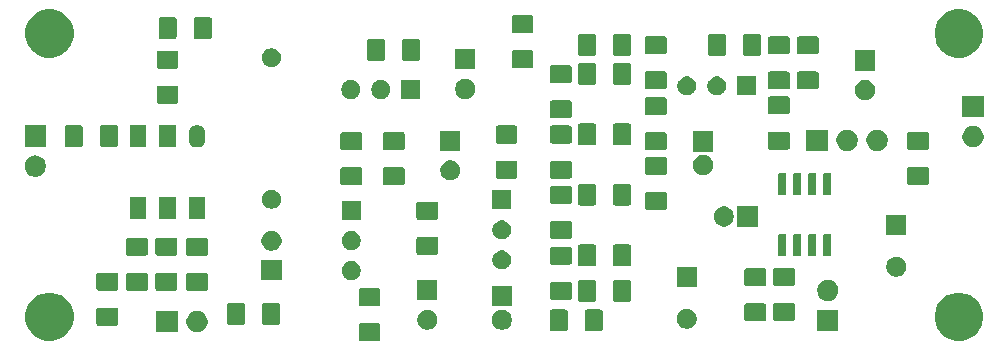
<source format=gbr>
G04 #@! TF.GenerationSoftware,KiCad,Pcbnew,5.1.5+dfsg1-2build2*
G04 #@! TF.CreationDate,2022-03-11T14:10:26+02:00*
G04 #@! TF.ProjectId,dc_receiver,64635f72-6563-4656-9976-65722e6b6963,rev?*
G04 #@! TF.SameCoordinates,Original*
G04 #@! TF.FileFunction,Soldermask,Top*
G04 #@! TF.FilePolarity,Negative*
%FSLAX46Y46*%
G04 Gerber Fmt 4.6, Leading zero omitted, Abs format (unit mm)*
G04 Created by KiCad (PCBNEW 5.1.5+dfsg1-2build2) date 2022-03-11 14:10:26*
%MOMM*%
%LPD*%
G04 APERTURE LIST*
%ADD10C,0.100000*%
G04 APERTURE END LIST*
D10*
G36*
X68175562Y-46528181D02*
G01*
X68210481Y-46538774D01*
X68242663Y-46555976D01*
X68270873Y-46579127D01*
X68294024Y-46607337D01*
X68311226Y-46639519D01*
X68321819Y-46674438D01*
X68326000Y-46716895D01*
X68326000Y-47858105D01*
X68321819Y-47900562D01*
X68311226Y-47935481D01*
X68294024Y-47967663D01*
X68270873Y-47995873D01*
X68242663Y-48019024D01*
X68210481Y-48036226D01*
X68175562Y-48046819D01*
X68133105Y-48051000D01*
X66666895Y-48051000D01*
X66624438Y-48046819D01*
X66589519Y-48036226D01*
X66557337Y-48019024D01*
X66529127Y-47995873D01*
X66505976Y-47967663D01*
X66488774Y-47935481D01*
X66478181Y-47900562D01*
X66474000Y-47858105D01*
X66474000Y-46716895D01*
X66478181Y-46674438D01*
X66488774Y-46639519D01*
X66505976Y-46607337D01*
X66529127Y-46579127D01*
X66557337Y-46555976D01*
X66589519Y-46538774D01*
X66624438Y-46528181D01*
X66666895Y-46524000D01*
X68133105Y-46524000D01*
X68175562Y-46528181D01*
G37*
G36*
X117898254Y-44027818D02*
G01*
X118271511Y-44182426D01*
X118271513Y-44182427D01*
X118607436Y-44406884D01*
X118893116Y-44692564D01*
X119116497Y-45026876D01*
X119117574Y-45028489D01*
X119272182Y-45401746D01*
X119351000Y-45797993D01*
X119351000Y-46202007D01*
X119272182Y-46598254D01*
X119142632Y-46911015D01*
X119117573Y-46971513D01*
X118893116Y-47307436D01*
X118607436Y-47593116D01*
X118271513Y-47817573D01*
X118271512Y-47817574D01*
X118271511Y-47817574D01*
X117898254Y-47972182D01*
X117502007Y-48051000D01*
X117097993Y-48051000D01*
X116701746Y-47972182D01*
X116328489Y-47817574D01*
X116328488Y-47817574D01*
X116328487Y-47817573D01*
X115992564Y-47593116D01*
X115706884Y-47307436D01*
X115482427Y-46971513D01*
X115457368Y-46911015D01*
X115327818Y-46598254D01*
X115249000Y-46202007D01*
X115249000Y-45797993D01*
X115327818Y-45401746D01*
X115482426Y-45028489D01*
X115483504Y-45026876D01*
X115706884Y-44692564D01*
X115992564Y-44406884D01*
X116328487Y-44182427D01*
X116328489Y-44182426D01*
X116701746Y-44027818D01*
X117097993Y-43949000D01*
X117502007Y-43949000D01*
X117898254Y-44027818D01*
G37*
G36*
X40898254Y-44027818D02*
G01*
X41271511Y-44182426D01*
X41271513Y-44182427D01*
X41607436Y-44406884D01*
X41893116Y-44692564D01*
X42116497Y-45026876D01*
X42117574Y-45028489D01*
X42272182Y-45401746D01*
X42351000Y-45797993D01*
X42351000Y-46202007D01*
X42272182Y-46598254D01*
X42142632Y-46911015D01*
X42117573Y-46971513D01*
X41893116Y-47307436D01*
X41607436Y-47593116D01*
X41271513Y-47817573D01*
X41271512Y-47817574D01*
X41271511Y-47817574D01*
X40898254Y-47972182D01*
X40502007Y-48051000D01*
X40097993Y-48051000D01*
X39701746Y-47972182D01*
X39328489Y-47817574D01*
X39328488Y-47817574D01*
X39328487Y-47817573D01*
X38992564Y-47593116D01*
X38706884Y-47307436D01*
X38482427Y-46971513D01*
X38457368Y-46911015D01*
X38327818Y-46598254D01*
X38249000Y-46202007D01*
X38249000Y-45797993D01*
X38327818Y-45401746D01*
X38482426Y-45028489D01*
X38483504Y-45026876D01*
X38706884Y-44692564D01*
X38992564Y-44406884D01*
X39328487Y-44182427D01*
X39328489Y-44182426D01*
X39701746Y-44027818D01*
X40097993Y-43949000D01*
X40502007Y-43949000D01*
X40898254Y-44027818D01*
G37*
G36*
X51151000Y-47301000D02*
G01*
X49349000Y-47301000D01*
X49349000Y-45499000D01*
X51151000Y-45499000D01*
X51151000Y-47301000D01*
G37*
G36*
X52903512Y-45503927D02*
G01*
X53052812Y-45533624D01*
X53216784Y-45601544D01*
X53364354Y-45700147D01*
X53489853Y-45825646D01*
X53588456Y-45973216D01*
X53656376Y-46137188D01*
X53682682Y-46269439D01*
X53689788Y-46305163D01*
X53691000Y-46311259D01*
X53691000Y-46488741D01*
X53656376Y-46662812D01*
X53588456Y-46826784D01*
X53489853Y-46974354D01*
X53364354Y-47099853D01*
X53216784Y-47198456D01*
X53052812Y-47266376D01*
X52903512Y-47296073D01*
X52878742Y-47301000D01*
X52701258Y-47301000D01*
X52676488Y-47296073D01*
X52527188Y-47266376D01*
X52363216Y-47198456D01*
X52215646Y-47099853D01*
X52090147Y-46974354D01*
X51991544Y-46826784D01*
X51923624Y-46662812D01*
X51889000Y-46488741D01*
X51889000Y-46311259D01*
X51890213Y-46305163D01*
X51897318Y-46269439D01*
X51923624Y-46137188D01*
X51991544Y-45973216D01*
X52090147Y-45825646D01*
X52215646Y-45700147D01*
X52363216Y-45601544D01*
X52527188Y-45533624D01*
X52676488Y-45503927D01*
X52701258Y-45499000D01*
X52878742Y-45499000D01*
X52903512Y-45503927D01*
G37*
G36*
X87000562Y-45378181D02*
G01*
X87035481Y-45388774D01*
X87067663Y-45405976D01*
X87095873Y-45429127D01*
X87119024Y-45457337D01*
X87136226Y-45489519D01*
X87146819Y-45524438D01*
X87151000Y-45566895D01*
X87151000Y-47033105D01*
X87146819Y-47075562D01*
X87136226Y-47110481D01*
X87119024Y-47142663D01*
X87095873Y-47170873D01*
X87067663Y-47194024D01*
X87035481Y-47211226D01*
X87000562Y-47221819D01*
X86958105Y-47226000D01*
X85816895Y-47226000D01*
X85774438Y-47221819D01*
X85739519Y-47211226D01*
X85707337Y-47194024D01*
X85679127Y-47170873D01*
X85655976Y-47142663D01*
X85638774Y-47110481D01*
X85628181Y-47075562D01*
X85624000Y-47033105D01*
X85624000Y-45566895D01*
X85628181Y-45524438D01*
X85638774Y-45489519D01*
X85655976Y-45457337D01*
X85679127Y-45429127D01*
X85707337Y-45405976D01*
X85739519Y-45388774D01*
X85774438Y-45378181D01*
X85816895Y-45374000D01*
X86958105Y-45374000D01*
X87000562Y-45378181D01*
G37*
G36*
X84025562Y-45378181D02*
G01*
X84060481Y-45388774D01*
X84092663Y-45405976D01*
X84120873Y-45429127D01*
X84144024Y-45457337D01*
X84161226Y-45489519D01*
X84171819Y-45524438D01*
X84176000Y-45566895D01*
X84176000Y-47033105D01*
X84171819Y-47075562D01*
X84161226Y-47110481D01*
X84144024Y-47142663D01*
X84120873Y-47170873D01*
X84092663Y-47194024D01*
X84060481Y-47211226D01*
X84025562Y-47221819D01*
X83983105Y-47226000D01*
X82841895Y-47226000D01*
X82799438Y-47221819D01*
X82764519Y-47211226D01*
X82732337Y-47194024D01*
X82704127Y-47170873D01*
X82680976Y-47142663D01*
X82663774Y-47110481D01*
X82653181Y-47075562D01*
X82649000Y-47033105D01*
X82649000Y-45566895D01*
X82653181Y-45524438D01*
X82663774Y-45489519D01*
X82680976Y-45457337D01*
X82704127Y-45429127D01*
X82732337Y-45405976D01*
X82764519Y-45388774D01*
X82799438Y-45378181D01*
X82841895Y-45374000D01*
X83983105Y-45374000D01*
X84025562Y-45378181D01*
G37*
G36*
X107101000Y-47201000D02*
G01*
X105299000Y-47201000D01*
X105299000Y-45399000D01*
X107101000Y-45399000D01*
X107101000Y-47201000D01*
G37*
G36*
X72548228Y-45431703D02*
G01*
X72703100Y-45495853D01*
X72842481Y-45588985D01*
X72961015Y-45707519D01*
X73054147Y-45846900D01*
X73118297Y-46001772D01*
X73151000Y-46166184D01*
X73151000Y-46333816D01*
X73118297Y-46498228D01*
X73054147Y-46653100D01*
X72961015Y-46792481D01*
X72842481Y-46911015D01*
X72703100Y-47004147D01*
X72548228Y-47068297D01*
X72383816Y-47101000D01*
X72216184Y-47101000D01*
X72051772Y-47068297D01*
X71896900Y-47004147D01*
X71757519Y-46911015D01*
X71638985Y-46792481D01*
X71545853Y-46653100D01*
X71481703Y-46498228D01*
X71449000Y-46333816D01*
X71449000Y-46166184D01*
X71481703Y-46001772D01*
X71545853Y-45846900D01*
X71638985Y-45707519D01*
X71757519Y-45588985D01*
X71896900Y-45495853D01*
X72051772Y-45431703D01*
X72216184Y-45399000D01*
X72383816Y-45399000D01*
X72548228Y-45431703D01*
G37*
G36*
X78848228Y-45431703D02*
G01*
X79003100Y-45495853D01*
X79142481Y-45588985D01*
X79261015Y-45707519D01*
X79354147Y-45846900D01*
X79418297Y-46001772D01*
X79451000Y-46166184D01*
X79451000Y-46333816D01*
X79418297Y-46498228D01*
X79354147Y-46653100D01*
X79261015Y-46792481D01*
X79142481Y-46911015D01*
X79003100Y-47004147D01*
X78848228Y-47068297D01*
X78683816Y-47101000D01*
X78516184Y-47101000D01*
X78351772Y-47068297D01*
X78196900Y-47004147D01*
X78057519Y-46911015D01*
X77938985Y-46792481D01*
X77845853Y-46653100D01*
X77781703Y-46498228D01*
X77749000Y-46333816D01*
X77749000Y-46166184D01*
X77781703Y-46001772D01*
X77845853Y-45846900D01*
X77938985Y-45707519D01*
X78057519Y-45588985D01*
X78196900Y-45495853D01*
X78351772Y-45431703D01*
X78516184Y-45399000D01*
X78683816Y-45399000D01*
X78848228Y-45431703D01*
G37*
G36*
X94498228Y-45331703D02*
G01*
X94653100Y-45395853D01*
X94792481Y-45488985D01*
X94911015Y-45607519D01*
X95004147Y-45746900D01*
X95068297Y-45901772D01*
X95101000Y-46066184D01*
X95101000Y-46233816D01*
X95068297Y-46398228D01*
X95004147Y-46553100D01*
X94911015Y-46692481D01*
X94792481Y-46811015D01*
X94653100Y-46904147D01*
X94498228Y-46968297D01*
X94333816Y-47001000D01*
X94166184Y-47001000D01*
X94001772Y-46968297D01*
X93846900Y-46904147D01*
X93707519Y-46811015D01*
X93588985Y-46692481D01*
X93495853Y-46553100D01*
X93431703Y-46398228D01*
X93399000Y-46233816D01*
X93399000Y-46066184D01*
X93431703Y-45901772D01*
X93495853Y-45746900D01*
X93588985Y-45607519D01*
X93707519Y-45488985D01*
X93846900Y-45395853D01*
X94001772Y-45331703D01*
X94166184Y-45299000D01*
X94333816Y-45299000D01*
X94498228Y-45331703D01*
G37*
G36*
X45975562Y-45228181D02*
G01*
X46010481Y-45238774D01*
X46042663Y-45255976D01*
X46070873Y-45279127D01*
X46094024Y-45307337D01*
X46111226Y-45339519D01*
X46121819Y-45374438D01*
X46126000Y-45416895D01*
X46126000Y-46558105D01*
X46121819Y-46600562D01*
X46111226Y-46635481D01*
X46094024Y-46667663D01*
X46070873Y-46695873D01*
X46042663Y-46719024D01*
X46010481Y-46736226D01*
X45975562Y-46746819D01*
X45933105Y-46751000D01*
X44466895Y-46751000D01*
X44424438Y-46746819D01*
X44389519Y-46736226D01*
X44357337Y-46719024D01*
X44329127Y-46695873D01*
X44305976Y-46667663D01*
X44288774Y-46635481D01*
X44278181Y-46600562D01*
X44274000Y-46558105D01*
X44274000Y-45416895D01*
X44278181Y-45374438D01*
X44288774Y-45339519D01*
X44305976Y-45307337D01*
X44329127Y-45279127D01*
X44357337Y-45255976D01*
X44389519Y-45238774D01*
X44424438Y-45228181D01*
X44466895Y-45224000D01*
X45933105Y-45224000D01*
X45975562Y-45228181D01*
G37*
G36*
X59700562Y-44828181D02*
G01*
X59735481Y-44838774D01*
X59767663Y-44855976D01*
X59795873Y-44879127D01*
X59819024Y-44907337D01*
X59836226Y-44939519D01*
X59846819Y-44974438D01*
X59851000Y-45016895D01*
X59851000Y-46483105D01*
X59846819Y-46525562D01*
X59836226Y-46560481D01*
X59819024Y-46592663D01*
X59795873Y-46620873D01*
X59767663Y-46644024D01*
X59735481Y-46661226D01*
X59700562Y-46671819D01*
X59658105Y-46676000D01*
X58516895Y-46676000D01*
X58474438Y-46671819D01*
X58439519Y-46661226D01*
X58407337Y-46644024D01*
X58379127Y-46620873D01*
X58355976Y-46592663D01*
X58338774Y-46560481D01*
X58328181Y-46525562D01*
X58324000Y-46483105D01*
X58324000Y-45016895D01*
X58328181Y-44974438D01*
X58338774Y-44939519D01*
X58355976Y-44907337D01*
X58379127Y-44879127D01*
X58407337Y-44855976D01*
X58439519Y-44838774D01*
X58474438Y-44828181D01*
X58516895Y-44824000D01*
X59658105Y-44824000D01*
X59700562Y-44828181D01*
G37*
G36*
X56725562Y-44828181D02*
G01*
X56760481Y-44838774D01*
X56792663Y-44855976D01*
X56820873Y-44879127D01*
X56844024Y-44907337D01*
X56861226Y-44939519D01*
X56871819Y-44974438D01*
X56876000Y-45016895D01*
X56876000Y-46483105D01*
X56871819Y-46525562D01*
X56861226Y-46560481D01*
X56844024Y-46592663D01*
X56820873Y-46620873D01*
X56792663Y-46644024D01*
X56760481Y-46661226D01*
X56725562Y-46671819D01*
X56683105Y-46676000D01*
X55541895Y-46676000D01*
X55499438Y-46671819D01*
X55464519Y-46661226D01*
X55432337Y-46644024D01*
X55404127Y-46620873D01*
X55380976Y-46592663D01*
X55363774Y-46560481D01*
X55353181Y-46525562D01*
X55349000Y-46483105D01*
X55349000Y-45016895D01*
X55353181Y-44974438D01*
X55363774Y-44939519D01*
X55380976Y-44907337D01*
X55404127Y-44879127D01*
X55432337Y-44855976D01*
X55464519Y-44838774D01*
X55499438Y-44828181D01*
X55541895Y-44824000D01*
X56683105Y-44824000D01*
X56725562Y-44828181D01*
G37*
G36*
X100825562Y-44865681D02*
G01*
X100860481Y-44876274D01*
X100892663Y-44893476D01*
X100920873Y-44916627D01*
X100944024Y-44944837D01*
X100961226Y-44977019D01*
X100971819Y-45011938D01*
X100976000Y-45054395D01*
X100976000Y-46195605D01*
X100971819Y-46238062D01*
X100961226Y-46272981D01*
X100944024Y-46305163D01*
X100920873Y-46333373D01*
X100892663Y-46356524D01*
X100860481Y-46373726D01*
X100825562Y-46384319D01*
X100783105Y-46388500D01*
X99316895Y-46388500D01*
X99274438Y-46384319D01*
X99239519Y-46373726D01*
X99207337Y-46356524D01*
X99179127Y-46333373D01*
X99155976Y-46305163D01*
X99138774Y-46272981D01*
X99128181Y-46238062D01*
X99124000Y-46195605D01*
X99124000Y-45054395D01*
X99128181Y-45011938D01*
X99138774Y-44977019D01*
X99155976Y-44944837D01*
X99179127Y-44916627D01*
X99207337Y-44893476D01*
X99239519Y-44876274D01*
X99274438Y-44865681D01*
X99316895Y-44861500D01*
X100783105Y-44861500D01*
X100825562Y-44865681D01*
G37*
G36*
X103275562Y-44840681D02*
G01*
X103310481Y-44851274D01*
X103342663Y-44868476D01*
X103370873Y-44891627D01*
X103394024Y-44919837D01*
X103411226Y-44952019D01*
X103421819Y-44986938D01*
X103426000Y-45029395D01*
X103426000Y-46170605D01*
X103421819Y-46213062D01*
X103411226Y-46247981D01*
X103394024Y-46280163D01*
X103370873Y-46308373D01*
X103342663Y-46331524D01*
X103310481Y-46348726D01*
X103275562Y-46359319D01*
X103233105Y-46363500D01*
X101766895Y-46363500D01*
X101724438Y-46359319D01*
X101689519Y-46348726D01*
X101657337Y-46331524D01*
X101629127Y-46308373D01*
X101605976Y-46280163D01*
X101588774Y-46247981D01*
X101578181Y-46213062D01*
X101574000Y-46170605D01*
X101574000Y-45029395D01*
X101578181Y-44986938D01*
X101588774Y-44952019D01*
X101605976Y-44919837D01*
X101629127Y-44891627D01*
X101657337Y-44868476D01*
X101689519Y-44851274D01*
X101724438Y-44840681D01*
X101766895Y-44836500D01*
X103233105Y-44836500D01*
X103275562Y-44840681D01*
G37*
G36*
X79451000Y-45101000D02*
G01*
X77749000Y-45101000D01*
X77749000Y-43399000D01*
X79451000Y-43399000D01*
X79451000Y-45101000D01*
G37*
G36*
X68175562Y-43553181D02*
G01*
X68210481Y-43563774D01*
X68242663Y-43580976D01*
X68270873Y-43604127D01*
X68294024Y-43632337D01*
X68311226Y-43664519D01*
X68321819Y-43699438D01*
X68326000Y-43741895D01*
X68326000Y-44883105D01*
X68321819Y-44925562D01*
X68311226Y-44960481D01*
X68294024Y-44992663D01*
X68270873Y-45020873D01*
X68242663Y-45044024D01*
X68210481Y-45061226D01*
X68175562Y-45071819D01*
X68133105Y-45076000D01*
X66666895Y-45076000D01*
X66624438Y-45071819D01*
X66589519Y-45061226D01*
X66557337Y-45044024D01*
X66529127Y-45020873D01*
X66505976Y-44992663D01*
X66488774Y-44960481D01*
X66478181Y-44925562D01*
X66474000Y-44883105D01*
X66474000Y-43741895D01*
X66478181Y-43699438D01*
X66488774Y-43664519D01*
X66505976Y-43632337D01*
X66529127Y-43604127D01*
X66557337Y-43580976D01*
X66589519Y-43563774D01*
X66624438Y-43553181D01*
X66666895Y-43549000D01*
X68133105Y-43549000D01*
X68175562Y-43553181D01*
G37*
G36*
X86425562Y-42878181D02*
G01*
X86460481Y-42888774D01*
X86492663Y-42905976D01*
X86520873Y-42929127D01*
X86544024Y-42957337D01*
X86561226Y-42989519D01*
X86571819Y-43024438D01*
X86576000Y-43066895D01*
X86576000Y-44533105D01*
X86571819Y-44575562D01*
X86561226Y-44610481D01*
X86544024Y-44642663D01*
X86520873Y-44670873D01*
X86492663Y-44694024D01*
X86460481Y-44711226D01*
X86425562Y-44721819D01*
X86383105Y-44726000D01*
X85241895Y-44726000D01*
X85199438Y-44721819D01*
X85164519Y-44711226D01*
X85132337Y-44694024D01*
X85104127Y-44670873D01*
X85080976Y-44642663D01*
X85063774Y-44610481D01*
X85053181Y-44575562D01*
X85049000Y-44533105D01*
X85049000Y-43066895D01*
X85053181Y-43024438D01*
X85063774Y-42989519D01*
X85080976Y-42957337D01*
X85104127Y-42929127D01*
X85132337Y-42905976D01*
X85164519Y-42888774D01*
X85199438Y-42878181D01*
X85241895Y-42874000D01*
X86383105Y-42874000D01*
X86425562Y-42878181D01*
G37*
G36*
X89400562Y-42878181D02*
G01*
X89435481Y-42888774D01*
X89467663Y-42905976D01*
X89495873Y-42929127D01*
X89519024Y-42957337D01*
X89536226Y-42989519D01*
X89546819Y-43024438D01*
X89551000Y-43066895D01*
X89551000Y-44533105D01*
X89546819Y-44575562D01*
X89536226Y-44610481D01*
X89519024Y-44642663D01*
X89495873Y-44670873D01*
X89467663Y-44694024D01*
X89435481Y-44711226D01*
X89400562Y-44721819D01*
X89358105Y-44726000D01*
X88216895Y-44726000D01*
X88174438Y-44721819D01*
X88139519Y-44711226D01*
X88107337Y-44694024D01*
X88079127Y-44670873D01*
X88055976Y-44642663D01*
X88038774Y-44610481D01*
X88028181Y-44575562D01*
X88024000Y-44533105D01*
X88024000Y-43066895D01*
X88028181Y-43024438D01*
X88038774Y-42989519D01*
X88055976Y-42957337D01*
X88079127Y-42929127D01*
X88107337Y-42905976D01*
X88139519Y-42888774D01*
X88174438Y-42878181D01*
X88216895Y-42874000D01*
X89358105Y-42874000D01*
X89400562Y-42878181D01*
G37*
G36*
X106313512Y-42863927D02*
G01*
X106462812Y-42893624D01*
X106626784Y-42961544D01*
X106774354Y-43060147D01*
X106899853Y-43185646D01*
X106998456Y-43333216D01*
X107066376Y-43497188D01*
X107092289Y-43627465D01*
X107099660Y-43664519D01*
X107101000Y-43671259D01*
X107101000Y-43848741D01*
X107066376Y-44022812D01*
X106998456Y-44186784D01*
X106899853Y-44334354D01*
X106774354Y-44459853D01*
X106626784Y-44558456D01*
X106462812Y-44626376D01*
X106313512Y-44656073D01*
X106288742Y-44661000D01*
X106111258Y-44661000D01*
X106086488Y-44656073D01*
X105937188Y-44626376D01*
X105773216Y-44558456D01*
X105625646Y-44459853D01*
X105500147Y-44334354D01*
X105401544Y-44186784D01*
X105333624Y-44022812D01*
X105299000Y-43848741D01*
X105299000Y-43671259D01*
X105300341Y-43664519D01*
X105307711Y-43627465D01*
X105333624Y-43497188D01*
X105401544Y-43333216D01*
X105500147Y-43185646D01*
X105625646Y-43060147D01*
X105773216Y-42961544D01*
X105937188Y-42893624D01*
X106086488Y-42863927D01*
X106111258Y-42859000D01*
X106288742Y-42859000D01*
X106313512Y-42863927D01*
G37*
G36*
X73151000Y-44601000D02*
G01*
X71449000Y-44601000D01*
X71449000Y-42899000D01*
X73151000Y-42899000D01*
X73151000Y-44601000D01*
G37*
G36*
X84375562Y-43028181D02*
G01*
X84410481Y-43038774D01*
X84442663Y-43055976D01*
X84470873Y-43079127D01*
X84494024Y-43107337D01*
X84511226Y-43139519D01*
X84521819Y-43174438D01*
X84526000Y-43216895D01*
X84526000Y-44358105D01*
X84521819Y-44400562D01*
X84511226Y-44435481D01*
X84494024Y-44467663D01*
X84470873Y-44495873D01*
X84442663Y-44519024D01*
X84410481Y-44536226D01*
X84375562Y-44546819D01*
X84333105Y-44551000D01*
X82866895Y-44551000D01*
X82824438Y-44546819D01*
X82789519Y-44536226D01*
X82757337Y-44519024D01*
X82729127Y-44495873D01*
X82705976Y-44467663D01*
X82688774Y-44435481D01*
X82678181Y-44400562D01*
X82674000Y-44358105D01*
X82674000Y-43216895D01*
X82678181Y-43174438D01*
X82688774Y-43139519D01*
X82705976Y-43107337D01*
X82729127Y-43079127D01*
X82757337Y-43055976D01*
X82789519Y-43038774D01*
X82824438Y-43028181D01*
X82866895Y-43024000D01*
X84333105Y-43024000D01*
X84375562Y-43028181D01*
G37*
G36*
X53575562Y-42278181D02*
G01*
X53610481Y-42288774D01*
X53642663Y-42305976D01*
X53670873Y-42329127D01*
X53694024Y-42357337D01*
X53711226Y-42389519D01*
X53721819Y-42424438D01*
X53726000Y-42466895D01*
X53726000Y-43608105D01*
X53721819Y-43650562D01*
X53711226Y-43685481D01*
X53694024Y-43717663D01*
X53670873Y-43745873D01*
X53642663Y-43769024D01*
X53610481Y-43786226D01*
X53575562Y-43796819D01*
X53533105Y-43801000D01*
X52066895Y-43801000D01*
X52024438Y-43796819D01*
X51989519Y-43786226D01*
X51957337Y-43769024D01*
X51929127Y-43745873D01*
X51905976Y-43717663D01*
X51888774Y-43685481D01*
X51878181Y-43650562D01*
X51874000Y-43608105D01*
X51874000Y-42466895D01*
X51878181Y-42424438D01*
X51888774Y-42389519D01*
X51905976Y-42357337D01*
X51929127Y-42329127D01*
X51957337Y-42305976D01*
X51989519Y-42288774D01*
X52024438Y-42278181D01*
X52066895Y-42274000D01*
X53533105Y-42274000D01*
X53575562Y-42278181D01*
G37*
G36*
X48475562Y-42265681D02*
G01*
X48510481Y-42276274D01*
X48542663Y-42293476D01*
X48570873Y-42316627D01*
X48594024Y-42344837D01*
X48611226Y-42377019D01*
X48621819Y-42411938D01*
X48626000Y-42454395D01*
X48626000Y-43595605D01*
X48621819Y-43638062D01*
X48611226Y-43672981D01*
X48594024Y-43705163D01*
X48570873Y-43733373D01*
X48542663Y-43756524D01*
X48510481Y-43773726D01*
X48475562Y-43784319D01*
X48433105Y-43788500D01*
X46966895Y-43788500D01*
X46924438Y-43784319D01*
X46889519Y-43773726D01*
X46857337Y-43756524D01*
X46829127Y-43733373D01*
X46805976Y-43705163D01*
X46788774Y-43672981D01*
X46778181Y-43638062D01*
X46774000Y-43595605D01*
X46774000Y-42454395D01*
X46778181Y-42411938D01*
X46788774Y-42377019D01*
X46805976Y-42344837D01*
X46829127Y-42316627D01*
X46857337Y-42293476D01*
X46889519Y-42276274D01*
X46924438Y-42265681D01*
X46966895Y-42261500D01*
X48433105Y-42261500D01*
X48475562Y-42265681D01*
G37*
G36*
X50975562Y-42265681D02*
G01*
X51010481Y-42276274D01*
X51042663Y-42293476D01*
X51070873Y-42316627D01*
X51094024Y-42344837D01*
X51111226Y-42377019D01*
X51121819Y-42411938D01*
X51126000Y-42454395D01*
X51126000Y-43595605D01*
X51121819Y-43638062D01*
X51111226Y-43672981D01*
X51094024Y-43705163D01*
X51070873Y-43733373D01*
X51042663Y-43756524D01*
X51010481Y-43773726D01*
X50975562Y-43784319D01*
X50933105Y-43788500D01*
X49466895Y-43788500D01*
X49424438Y-43784319D01*
X49389519Y-43773726D01*
X49357337Y-43756524D01*
X49329127Y-43733373D01*
X49305976Y-43705163D01*
X49288774Y-43672981D01*
X49278181Y-43638062D01*
X49274000Y-43595605D01*
X49274000Y-42454395D01*
X49278181Y-42411938D01*
X49288774Y-42377019D01*
X49305976Y-42344837D01*
X49329127Y-42316627D01*
X49357337Y-42293476D01*
X49389519Y-42276274D01*
X49424438Y-42265681D01*
X49466895Y-42261500D01*
X50933105Y-42261500D01*
X50975562Y-42265681D01*
G37*
G36*
X45975562Y-42253181D02*
G01*
X46010481Y-42263774D01*
X46042663Y-42280976D01*
X46070873Y-42304127D01*
X46094024Y-42332337D01*
X46111226Y-42364519D01*
X46121819Y-42399438D01*
X46126000Y-42441895D01*
X46126000Y-43583105D01*
X46121819Y-43625562D01*
X46111226Y-43660481D01*
X46094024Y-43692663D01*
X46070873Y-43720873D01*
X46042663Y-43744024D01*
X46010481Y-43761226D01*
X45975562Y-43771819D01*
X45933105Y-43776000D01*
X44466895Y-43776000D01*
X44424438Y-43771819D01*
X44389519Y-43761226D01*
X44357337Y-43744024D01*
X44329127Y-43720873D01*
X44305976Y-43692663D01*
X44288774Y-43660481D01*
X44278181Y-43625562D01*
X44274000Y-43583105D01*
X44274000Y-42441895D01*
X44278181Y-42399438D01*
X44288774Y-42364519D01*
X44305976Y-42332337D01*
X44329127Y-42304127D01*
X44357337Y-42280976D01*
X44389519Y-42263774D01*
X44424438Y-42253181D01*
X44466895Y-42249000D01*
X45933105Y-42249000D01*
X45975562Y-42253181D01*
G37*
G36*
X95101000Y-43501000D02*
G01*
X93399000Y-43501000D01*
X93399000Y-41799000D01*
X95101000Y-41799000D01*
X95101000Y-43501000D01*
G37*
G36*
X100825562Y-41890681D02*
G01*
X100860481Y-41901274D01*
X100892663Y-41918476D01*
X100920873Y-41941627D01*
X100944024Y-41969837D01*
X100961226Y-42002019D01*
X100971819Y-42036938D01*
X100976000Y-42079395D01*
X100976000Y-43220605D01*
X100971819Y-43263062D01*
X100961226Y-43297981D01*
X100944024Y-43330163D01*
X100920873Y-43358373D01*
X100892663Y-43381524D01*
X100860481Y-43398726D01*
X100825562Y-43409319D01*
X100783105Y-43413500D01*
X99316895Y-43413500D01*
X99274438Y-43409319D01*
X99239519Y-43398726D01*
X99207337Y-43381524D01*
X99179127Y-43358373D01*
X99155976Y-43330163D01*
X99138774Y-43297981D01*
X99128181Y-43263062D01*
X99124000Y-43220605D01*
X99124000Y-42079395D01*
X99128181Y-42036938D01*
X99138774Y-42002019D01*
X99155976Y-41969837D01*
X99179127Y-41941627D01*
X99207337Y-41918476D01*
X99239519Y-41901274D01*
X99274438Y-41890681D01*
X99316895Y-41886500D01*
X100783105Y-41886500D01*
X100825562Y-41890681D01*
G37*
G36*
X103275562Y-41865681D02*
G01*
X103310481Y-41876274D01*
X103342663Y-41893476D01*
X103370873Y-41916627D01*
X103394024Y-41944837D01*
X103411226Y-41977019D01*
X103421819Y-42011938D01*
X103426000Y-42054395D01*
X103426000Y-43195605D01*
X103421819Y-43238062D01*
X103411226Y-43272981D01*
X103394024Y-43305163D01*
X103370873Y-43333373D01*
X103342663Y-43356524D01*
X103310481Y-43373726D01*
X103275562Y-43384319D01*
X103233105Y-43388500D01*
X101766895Y-43388500D01*
X101724438Y-43384319D01*
X101689519Y-43373726D01*
X101657337Y-43356524D01*
X101629127Y-43333373D01*
X101605976Y-43305163D01*
X101588774Y-43272981D01*
X101578181Y-43238062D01*
X101574000Y-43195605D01*
X101574000Y-42054395D01*
X101578181Y-42011938D01*
X101588774Y-41977019D01*
X101605976Y-41944837D01*
X101629127Y-41916627D01*
X101657337Y-41893476D01*
X101689519Y-41876274D01*
X101724438Y-41865681D01*
X101766895Y-41861500D01*
X103233105Y-41861500D01*
X103275562Y-41865681D01*
G37*
G36*
X59951000Y-42901000D02*
G01*
X58249000Y-42901000D01*
X58249000Y-41199000D01*
X59951000Y-41199000D01*
X59951000Y-42901000D01*
G37*
G36*
X66083642Y-41309781D02*
G01*
X66229414Y-41370162D01*
X66229416Y-41370163D01*
X66360608Y-41457822D01*
X66472178Y-41569392D01*
X66559837Y-41700584D01*
X66559838Y-41700586D01*
X66620219Y-41846358D01*
X66651000Y-42001107D01*
X66651000Y-42158893D01*
X66620219Y-42313642D01*
X66561917Y-42454395D01*
X66559837Y-42459416D01*
X66472178Y-42590608D01*
X66360608Y-42702178D01*
X66229416Y-42789837D01*
X66229415Y-42789838D01*
X66229414Y-42789838D01*
X66083642Y-42850219D01*
X65928893Y-42881000D01*
X65771107Y-42881000D01*
X65616358Y-42850219D01*
X65470586Y-42789838D01*
X65470585Y-42789838D01*
X65470584Y-42789837D01*
X65339392Y-42702178D01*
X65227822Y-42590608D01*
X65140163Y-42459416D01*
X65138083Y-42454395D01*
X65079781Y-42313642D01*
X65049000Y-42158893D01*
X65049000Y-42001107D01*
X65079781Y-41846358D01*
X65140162Y-41700586D01*
X65140163Y-41700584D01*
X65227822Y-41569392D01*
X65339392Y-41457822D01*
X65470584Y-41370163D01*
X65470586Y-41370162D01*
X65616358Y-41309781D01*
X65771107Y-41279000D01*
X65928893Y-41279000D01*
X66083642Y-41309781D01*
G37*
G36*
X112248228Y-40931703D02*
G01*
X112403100Y-40995853D01*
X112542481Y-41088985D01*
X112661015Y-41207519D01*
X112754147Y-41346900D01*
X112818297Y-41501772D01*
X112851000Y-41666184D01*
X112851000Y-41833816D01*
X112818297Y-41998228D01*
X112754147Y-42153100D01*
X112661015Y-42292481D01*
X112542481Y-42411015D01*
X112403100Y-42504147D01*
X112248228Y-42568297D01*
X112083816Y-42601000D01*
X111916184Y-42601000D01*
X111751772Y-42568297D01*
X111596900Y-42504147D01*
X111457519Y-42411015D01*
X111338985Y-42292481D01*
X111245853Y-42153100D01*
X111181703Y-41998228D01*
X111149000Y-41833816D01*
X111149000Y-41666184D01*
X111181703Y-41501772D01*
X111245853Y-41346900D01*
X111338985Y-41207519D01*
X111457519Y-41088985D01*
X111596900Y-40995853D01*
X111751772Y-40931703D01*
X111916184Y-40899000D01*
X112083816Y-40899000D01*
X112248228Y-40931703D01*
G37*
G36*
X78833642Y-40409781D02*
G01*
X78979414Y-40470162D01*
X78979416Y-40470163D01*
X79110608Y-40557822D01*
X79222178Y-40669392D01*
X79309744Y-40800445D01*
X79309838Y-40800586D01*
X79370219Y-40946358D01*
X79401000Y-41101107D01*
X79401000Y-41258893D01*
X79370219Y-41413642D01*
X79309838Y-41559414D01*
X79309837Y-41559416D01*
X79222178Y-41690608D01*
X79110608Y-41802178D01*
X78979416Y-41889837D01*
X78979415Y-41889838D01*
X78979414Y-41889838D01*
X78833642Y-41950219D01*
X78678893Y-41981000D01*
X78521107Y-41981000D01*
X78366358Y-41950219D01*
X78220586Y-41889838D01*
X78220585Y-41889838D01*
X78220584Y-41889837D01*
X78089392Y-41802178D01*
X77977822Y-41690608D01*
X77890163Y-41559416D01*
X77890162Y-41559414D01*
X77829781Y-41413642D01*
X77799000Y-41258893D01*
X77799000Y-41101107D01*
X77829781Y-40946358D01*
X77890162Y-40800586D01*
X77890256Y-40800445D01*
X77977822Y-40669392D01*
X78089392Y-40557822D01*
X78220584Y-40470163D01*
X78220586Y-40470162D01*
X78366358Y-40409781D01*
X78521107Y-40379000D01*
X78678893Y-40379000D01*
X78833642Y-40409781D01*
G37*
G36*
X89400562Y-39878181D02*
G01*
X89435481Y-39888774D01*
X89467663Y-39905976D01*
X89495873Y-39929127D01*
X89519024Y-39957337D01*
X89536226Y-39989519D01*
X89546819Y-40024438D01*
X89551000Y-40066895D01*
X89551000Y-41533105D01*
X89546819Y-41575562D01*
X89536226Y-41610481D01*
X89519024Y-41642663D01*
X89495873Y-41670873D01*
X89467663Y-41694024D01*
X89435481Y-41711226D01*
X89400562Y-41721819D01*
X89358105Y-41726000D01*
X88216895Y-41726000D01*
X88174438Y-41721819D01*
X88139519Y-41711226D01*
X88107337Y-41694024D01*
X88079127Y-41670873D01*
X88055976Y-41642663D01*
X88038774Y-41610481D01*
X88028181Y-41575562D01*
X88024000Y-41533105D01*
X88024000Y-40066895D01*
X88028181Y-40024438D01*
X88038774Y-39989519D01*
X88055976Y-39957337D01*
X88079127Y-39929127D01*
X88107337Y-39905976D01*
X88139519Y-39888774D01*
X88174438Y-39878181D01*
X88216895Y-39874000D01*
X89358105Y-39874000D01*
X89400562Y-39878181D01*
G37*
G36*
X86425562Y-39878181D02*
G01*
X86460481Y-39888774D01*
X86492663Y-39905976D01*
X86520873Y-39929127D01*
X86544024Y-39957337D01*
X86561226Y-39989519D01*
X86571819Y-40024438D01*
X86576000Y-40066895D01*
X86576000Y-41533105D01*
X86571819Y-41575562D01*
X86561226Y-41610481D01*
X86544024Y-41642663D01*
X86520873Y-41670873D01*
X86492663Y-41694024D01*
X86460481Y-41711226D01*
X86425562Y-41721819D01*
X86383105Y-41726000D01*
X85241895Y-41726000D01*
X85199438Y-41721819D01*
X85164519Y-41711226D01*
X85132337Y-41694024D01*
X85104127Y-41670873D01*
X85080976Y-41642663D01*
X85063774Y-41610481D01*
X85053181Y-41575562D01*
X85049000Y-41533105D01*
X85049000Y-40066895D01*
X85053181Y-40024438D01*
X85063774Y-39989519D01*
X85080976Y-39957337D01*
X85104127Y-39929127D01*
X85132337Y-39905976D01*
X85164519Y-39888774D01*
X85199438Y-39878181D01*
X85241895Y-39874000D01*
X86383105Y-39874000D01*
X86425562Y-39878181D01*
G37*
G36*
X84375562Y-40053181D02*
G01*
X84410481Y-40063774D01*
X84442663Y-40080976D01*
X84470873Y-40104127D01*
X84494024Y-40132337D01*
X84511226Y-40164519D01*
X84521819Y-40199438D01*
X84526000Y-40241895D01*
X84526000Y-41383105D01*
X84521819Y-41425562D01*
X84511226Y-41460481D01*
X84494024Y-41492663D01*
X84470873Y-41520873D01*
X84442663Y-41544024D01*
X84410481Y-41561226D01*
X84375562Y-41571819D01*
X84333105Y-41576000D01*
X82866895Y-41576000D01*
X82824438Y-41571819D01*
X82789519Y-41561226D01*
X82757337Y-41544024D01*
X82729127Y-41520873D01*
X82705976Y-41492663D01*
X82688774Y-41460481D01*
X82678181Y-41425562D01*
X82674000Y-41383105D01*
X82674000Y-40241895D01*
X82678181Y-40199438D01*
X82688774Y-40164519D01*
X82705976Y-40132337D01*
X82729127Y-40104127D01*
X82757337Y-40080976D01*
X82789519Y-40063774D01*
X82824438Y-40053181D01*
X82866895Y-40049000D01*
X84333105Y-40049000D01*
X84375562Y-40053181D01*
G37*
G36*
X102604928Y-39001764D02*
G01*
X102626009Y-39008160D01*
X102645445Y-39018548D01*
X102662476Y-39032524D01*
X102676452Y-39049555D01*
X102686840Y-39068991D01*
X102693236Y-39090072D01*
X102696000Y-39118140D01*
X102696000Y-40731860D01*
X102693236Y-40759928D01*
X102686840Y-40781009D01*
X102676452Y-40800445D01*
X102662476Y-40817476D01*
X102645445Y-40831452D01*
X102626009Y-40841840D01*
X102604928Y-40848236D01*
X102576860Y-40851000D01*
X102113140Y-40851000D01*
X102085072Y-40848236D01*
X102063991Y-40841840D01*
X102044555Y-40831452D01*
X102027524Y-40817476D01*
X102013548Y-40800445D01*
X102003160Y-40781009D01*
X101996764Y-40759928D01*
X101994000Y-40731860D01*
X101994000Y-39118140D01*
X101996764Y-39090072D01*
X102003160Y-39068991D01*
X102013548Y-39049555D01*
X102027524Y-39032524D01*
X102044555Y-39018548D01*
X102063991Y-39008160D01*
X102085072Y-39001764D01*
X102113140Y-38999000D01*
X102576860Y-38999000D01*
X102604928Y-39001764D01*
G37*
G36*
X103874928Y-39001764D02*
G01*
X103896009Y-39008160D01*
X103915445Y-39018548D01*
X103932476Y-39032524D01*
X103946452Y-39049555D01*
X103956840Y-39068991D01*
X103963236Y-39090072D01*
X103966000Y-39118140D01*
X103966000Y-40731860D01*
X103963236Y-40759928D01*
X103956840Y-40781009D01*
X103946452Y-40800445D01*
X103932476Y-40817476D01*
X103915445Y-40831452D01*
X103896009Y-40841840D01*
X103874928Y-40848236D01*
X103846860Y-40851000D01*
X103383140Y-40851000D01*
X103355072Y-40848236D01*
X103333991Y-40841840D01*
X103314555Y-40831452D01*
X103297524Y-40817476D01*
X103283548Y-40800445D01*
X103273160Y-40781009D01*
X103266764Y-40759928D01*
X103264000Y-40731860D01*
X103264000Y-39118140D01*
X103266764Y-39090072D01*
X103273160Y-39068991D01*
X103283548Y-39049555D01*
X103297524Y-39032524D01*
X103314555Y-39018548D01*
X103333991Y-39008160D01*
X103355072Y-39001764D01*
X103383140Y-38999000D01*
X103846860Y-38999000D01*
X103874928Y-39001764D01*
G37*
G36*
X105144928Y-39001764D02*
G01*
X105166009Y-39008160D01*
X105185445Y-39018548D01*
X105202476Y-39032524D01*
X105216452Y-39049555D01*
X105226840Y-39068991D01*
X105233236Y-39090072D01*
X105236000Y-39118140D01*
X105236000Y-40731860D01*
X105233236Y-40759928D01*
X105226840Y-40781009D01*
X105216452Y-40800445D01*
X105202476Y-40817476D01*
X105185445Y-40831452D01*
X105166009Y-40841840D01*
X105144928Y-40848236D01*
X105116860Y-40851000D01*
X104653140Y-40851000D01*
X104625072Y-40848236D01*
X104603991Y-40841840D01*
X104584555Y-40831452D01*
X104567524Y-40817476D01*
X104553548Y-40800445D01*
X104543160Y-40781009D01*
X104536764Y-40759928D01*
X104534000Y-40731860D01*
X104534000Y-39118140D01*
X104536764Y-39090072D01*
X104543160Y-39068991D01*
X104553548Y-39049555D01*
X104567524Y-39032524D01*
X104584555Y-39018548D01*
X104603991Y-39008160D01*
X104625072Y-39001764D01*
X104653140Y-38999000D01*
X105116860Y-38999000D01*
X105144928Y-39001764D01*
G37*
G36*
X106414928Y-39001764D02*
G01*
X106436009Y-39008160D01*
X106455445Y-39018548D01*
X106472476Y-39032524D01*
X106486452Y-39049555D01*
X106496840Y-39068991D01*
X106503236Y-39090072D01*
X106506000Y-39118140D01*
X106506000Y-40731860D01*
X106503236Y-40759928D01*
X106496840Y-40781009D01*
X106486452Y-40800445D01*
X106472476Y-40817476D01*
X106455445Y-40831452D01*
X106436009Y-40841840D01*
X106414928Y-40848236D01*
X106386860Y-40851000D01*
X105923140Y-40851000D01*
X105895072Y-40848236D01*
X105873991Y-40841840D01*
X105854555Y-40831452D01*
X105837524Y-40817476D01*
X105823548Y-40800445D01*
X105813160Y-40781009D01*
X105806764Y-40759928D01*
X105804000Y-40731860D01*
X105804000Y-39118140D01*
X105806764Y-39090072D01*
X105813160Y-39068991D01*
X105823548Y-39049555D01*
X105837524Y-39032524D01*
X105854555Y-39018548D01*
X105873991Y-39008160D01*
X105895072Y-39001764D01*
X105923140Y-38999000D01*
X106386860Y-38999000D01*
X106414928Y-39001764D01*
G37*
G36*
X53575562Y-39303181D02*
G01*
X53610481Y-39313774D01*
X53642663Y-39330976D01*
X53670873Y-39354127D01*
X53694024Y-39382337D01*
X53711226Y-39414519D01*
X53721819Y-39449438D01*
X53726000Y-39491895D01*
X53726000Y-40633105D01*
X53721819Y-40675562D01*
X53711226Y-40710481D01*
X53694024Y-40742663D01*
X53670873Y-40770873D01*
X53642663Y-40794024D01*
X53610481Y-40811226D01*
X53575562Y-40821819D01*
X53533105Y-40826000D01*
X52066895Y-40826000D01*
X52024438Y-40821819D01*
X51989519Y-40811226D01*
X51957337Y-40794024D01*
X51929127Y-40770873D01*
X51905976Y-40742663D01*
X51888774Y-40710481D01*
X51878181Y-40675562D01*
X51874000Y-40633105D01*
X51874000Y-39491895D01*
X51878181Y-39449438D01*
X51888774Y-39414519D01*
X51905976Y-39382337D01*
X51929127Y-39354127D01*
X51957337Y-39330976D01*
X51989519Y-39313774D01*
X52024438Y-39303181D01*
X52066895Y-39299000D01*
X53533105Y-39299000D01*
X53575562Y-39303181D01*
G37*
G36*
X50975562Y-39290681D02*
G01*
X51010481Y-39301274D01*
X51042663Y-39318476D01*
X51070873Y-39341627D01*
X51094024Y-39369837D01*
X51111226Y-39402019D01*
X51121819Y-39436938D01*
X51126000Y-39479395D01*
X51126000Y-40620605D01*
X51121819Y-40663062D01*
X51111226Y-40697981D01*
X51094024Y-40730163D01*
X51070873Y-40758373D01*
X51042663Y-40781524D01*
X51010481Y-40798726D01*
X50975562Y-40809319D01*
X50933105Y-40813500D01*
X49466895Y-40813500D01*
X49424438Y-40809319D01*
X49389519Y-40798726D01*
X49357337Y-40781524D01*
X49329127Y-40758373D01*
X49305976Y-40730163D01*
X49288774Y-40697981D01*
X49278181Y-40663062D01*
X49274000Y-40620605D01*
X49274000Y-39479395D01*
X49278181Y-39436938D01*
X49288774Y-39402019D01*
X49305976Y-39369837D01*
X49329127Y-39341627D01*
X49357337Y-39318476D01*
X49389519Y-39301274D01*
X49424438Y-39290681D01*
X49466895Y-39286500D01*
X50933105Y-39286500D01*
X50975562Y-39290681D01*
G37*
G36*
X48475562Y-39290681D02*
G01*
X48510481Y-39301274D01*
X48542663Y-39318476D01*
X48570873Y-39341627D01*
X48594024Y-39369837D01*
X48611226Y-39402019D01*
X48621819Y-39436938D01*
X48626000Y-39479395D01*
X48626000Y-40620605D01*
X48621819Y-40663062D01*
X48611226Y-40697981D01*
X48594024Y-40730163D01*
X48570873Y-40758373D01*
X48542663Y-40781524D01*
X48510481Y-40798726D01*
X48475562Y-40809319D01*
X48433105Y-40813500D01*
X46966895Y-40813500D01*
X46924438Y-40809319D01*
X46889519Y-40798726D01*
X46857337Y-40781524D01*
X46829127Y-40758373D01*
X46805976Y-40730163D01*
X46788774Y-40697981D01*
X46778181Y-40663062D01*
X46774000Y-40620605D01*
X46774000Y-39479395D01*
X46778181Y-39436938D01*
X46788774Y-39402019D01*
X46805976Y-39369837D01*
X46829127Y-39341627D01*
X46857337Y-39318476D01*
X46889519Y-39301274D01*
X46924438Y-39290681D01*
X46966895Y-39286500D01*
X48433105Y-39286500D01*
X48475562Y-39290681D01*
G37*
G36*
X73075562Y-39228181D02*
G01*
X73110481Y-39238774D01*
X73142663Y-39255976D01*
X73170873Y-39279127D01*
X73194024Y-39307337D01*
X73211226Y-39339519D01*
X73221819Y-39374438D01*
X73226000Y-39416895D01*
X73226000Y-40558105D01*
X73221819Y-40600562D01*
X73211226Y-40635481D01*
X73194024Y-40667663D01*
X73170873Y-40695873D01*
X73142663Y-40719024D01*
X73110481Y-40736226D01*
X73075562Y-40746819D01*
X73033105Y-40751000D01*
X71566895Y-40751000D01*
X71524438Y-40746819D01*
X71489519Y-40736226D01*
X71457337Y-40719024D01*
X71429127Y-40695873D01*
X71405976Y-40667663D01*
X71388774Y-40635481D01*
X71378181Y-40600562D01*
X71374000Y-40558105D01*
X71374000Y-39416895D01*
X71378181Y-39374438D01*
X71388774Y-39339519D01*
X71405976Y-39307337D01*
X71429127Y-39279127D01*
X71457337Y-39255976D01*
X71489519Y-39238774D01*
X71524438Y-39228181D01*
X71566895Y-39224000D01*
X73033105Y-39224000D01*
X73075562Y-39228181D01*
G37*
G36*
X59348228Y-38731703D02*
G01*
X59503100Y-38795853D01*
X59642481Y-38888985D01*
X59761015Y-39007519D01*
X59854147Y-39146900D01*
X59918297Y-39301772D01*
X59951000Y-39466184D01*
X59951000Y-39633816D01*
X59918297Y-39798228D01*
X59854147Y-39953100D01*
X59761015Y-40092481D01*
X59642481Y-40211015D01*
X59503100Y-40304147D01*
X59348228Y-40368297D01*
X59183816Y-40401000D01*
X59016184Y-40401000D01*
X58851772Y-40368297D01*
X58696900Y-40304147D01*
X58557519Y-40211015D01*
X58438985Y-40092481D01*
X58345853Y-39953100D01*
X58281703Y-39798228D01*
X58249000Y-39633816D01*
X58249000Y-39466184D01*
X58281703Y-39301772D01*
X58345853Y-39146900D01*
X58438985Y-39007519D01*
X58557519Y-38888985D01*
X58696900Y-38795853D01*
X58851772Y-38731703D01*
X59016184Y-38699000D01*
X59183816Y-38699000D01*
X59348228Y-38731703D01*
G37*
G36*
X66083642Y-38769781D02*
G01*
X66229414Y-38830162D01*
X66229416Y-38830163D01*
X66360608Y-38917822D01*
X66472178Y-39029392D01*
X66553171Y-39150608D01*
X66559838Y-39160586D01*
X66620219Y-39306358D01*
X66651000Y-39461107D01*
X66651000Y-39618893D01*
X66620219Y-39773642D01*
X66570202Y-39894392D01*
X66559837Y-39919416D01*
X66472178Y-40050608D01*
X66360608Y-40162178D01*
X66229416Y-40249837D01*
X66229415Y-40249838D01*
X66229414Y-40249838D01*
X66083642Y-40310219D01*
X65928893Y-40341000D01*
X65771107Y-40341000D01*
X65616358Y-40310219D01*
X65470586Y-40249838D01*
X65470585Y-40249838D01*
X65470584Y-40249837D01*
X65339392Y-40162178D01*
X65227822Y-40050608D01*
X65140163Y-39919416D01*
X65129798Y-39894392D01*
X65079781Y-39773642D01*
X65049000Y-39618893D01*
X65049000Y-39461107D01*
X65079781Y-39306358D01*
X65140162Y-39160586D01*
X65146829Y-39150608D01*
X65227822Y-39029392D01*
X65339392Y-38917822D01*
X65470584Y-38830163D01*
X65470586Y-38830162D01*
X65616358Y-38769781D01*
X65771107Y-38739000D01*
X65928893Y-38739000D01*
X66083642Y-38769781D01*
G37*
G36*
X78833642Y-37869781D02*
G01*
X78976915Y-37929127D01*
X78979416Y-37930163D01*
X79110608Y-38017822D01*
X79222178Y-38129392D01*
X79309837Y-38260584D01*
X79309838Y-38260586D01*
X79370219Y-38406358D01*
X79401000Y-38561107D01*
X79401000Y-38718893D01*
X79370219Y-38873642D01*
X79312760Y-39012359D01*
X79309837Y-39019416D01*
X79222178Y-39150608D01*
X79110608Y-39262178D01*
X78979416Y-39349837D01*
X78979415Y-39349838D01*
X78979414Y-39349838D01*
X78833642Y-39410219D01*
X78678893Y-39441000D01*
X78521107Y-39441000D01*
X78366358Y-39410219D01*
X78220586Y-39349838D01*
X78220585Y-39349838D01*
X78220584Y-39349837D01*
X78089392Y-39262178D01*
X77977822Y-39150608D01*
X77890163Y-39019416D01*
X77887240Y-39012359D01*
X77829781Y-38873642D01*
X77799000Y-38718893D01*
X77799000Y-38561107D01*
X77829781Y-38406358D01*
X77890162Y-38260586D01*
X77890163Y-38260584D01*
X77977822Y-38129392D01*
X78089392Y-38017822D01*
X78220584Y-37930163D01*
X78223085Y-37929127D01*
X78366358Y-37869781D01*
X78521107Y-37839000D01*
X78678893Y-37839000D01*
X78833642Y-37869781D01*
G37*
G36*
X84375562Y-37878181D02*
G01*
X84410481Y-37888774D01*
X84442663Y-37905976D01*
X84470873Y-37929127D01*
X84494024Y-37957337D01*
X84511226Y-37989519D01*
X84521819Y-38024438D01*
X84526000Y-38066895D01*
X84526000Y-39208105D01*
X84521819Y-39250562D01*
X84511226Y-39285481D01*
X84494024Y-39317663D01*
X84470873Y-39345873D01*
X84442663Y-39369024D01*
X84410481Y-39386226D01*
X84375562Y-39396819D01*
X84333105Y-39401000D01*
X82866895Y-39401000D01*
X82824438Y-39396819D01*
X82789519Y-39386226D01*
X82757337Y-39369024D01*
X82729127Y-39345873D01*
X82705976Y-39317663D01*
X82688774Y-39285481D01*
X82678181Y-39250562D01*
X82674000Y-39208105D01*
X82674000Y-38066895D01*
X82678181Y-38024438D01*
X82688774Y-37989519D01*
X82705976Y-37957337D01*
X82729127Y-37929127D01*
X82757337Y-37905976D01*
X82789519Y-37888774D01*
X82824438Y-37878181D01*
X82866895Y-37874000D01*
X84333105Y-37874000D01*
X84375562Y-37878181D01*
G37*
G36*
X112851000Y-39101000D02*
G01*
X111149000Y-39101000D01*
X111149000Y-37399000D01*
X112851000Y-37399000D01*
X112851000Y-39101000D01*
G37*
G36*
X100251000Y-38351000D02*
G01*
X98549000Y-38351000D01*
X98549000Y-36649000D01*
X100251000Y-36649000D01*
X100251000Y-38351000D01*
G37*
G36*
X97648228Y-36681703D02*
G01*
X97803100Y-36745853D01*
X97942481Y-36838985D01*
X98061015Y-36957519D01*
X98154147Y-37096900D01*
X98218297Y-37251772D01*
X98251000Y-37416184D01*
X98251000Y-37583816D01*
X98218297Y-37748228D01*
X98154147Y-37903100D01*
X98061015Y-38042481D01*
X97942481Y-38161015D01*
X97803100Y-38254147D01*
X97648228Y-38318297D01*
X97483816Y-38351000D01*
X97316184Y-38351000D01*
X97151772Y-38318297D01*
X96996900Y-38254147D01*
X96857519Y-38161015D01*
X96738985Y-38042481D01*
X96645853Y-37903100D01*
X96581703Y-37748228D01*
X96549000Y-37583816D01*
X96549000Y-37416184D01*
X96581703Y-37251772D01*
X96645853Y-37096900D01*
X96738985Y-36957519D01*
X96857519Y-36838985D01*
X96996900Y-36745853D01*
X97151772Y-36681703D01*
X97316184Y-36649000D01*
X97483816Y-36649000D01*
X97648228Y-36681703D01*
G37*
G36*
X66651000Y-37801000D02*
G01*
X65049000Y-37801000D01*
X65049000Y-36199000D01*
X66651000Y-36199000D01*
X66651000Y-37801000D01*
G37*
G36*
X73075562Y-36253181D02*
G01*
X73110481Y-36263774D01*
X73142663Y-36280976D01*
X73170873Y-36304127D01*
X73194024Y-36332337D01*
X73211226Y-36364519D01*
X73221819Y-36399438D01*
X73226000Y-36441895D01*
X73226000Y-37583105D01*
X73221819Y-37625562D01*
X73211226Y-37660481D01*
X73194024Y-37692663D01*
X73170873Y-37720873D01*
X73142663Y-37744024D01*
X73110481Y-37761226D01*
X73075562Y-37771819D01*
X73033105Y-37776000D01*
X71566895Y-37776000D01*
X71524438Y-37771819D01*
X71489519Y-37761226D01*
X71457337Y-37744024D01*
X71429127Y-37720873D01*
X71405976Y-37692663D01*
X71388774Y-37660481D01*
X71378181Y-37625562D01*
X71374000Y-37583105D01*
X71374000Y-36441895D01*
X71378181Y-36399438D01*
X71388774Y-36364519D01*
X71405976Y-36332337D01*
X71429127Y-36304127D01*
X71457337Y-36280976D01*
X71489519Y-36263774D01*
X71524438Y-36253181D01*
X71566895Y-36249000D01*
X73033105Y-36249000D01*
X73075562Y-36253181D01*
G37*
G36*
X51001000Y-37751000D02*
G01*
X49599000Y-37751000D01*
X49599000Y-35849000D01*
X51001000Y-35849000D01*
X51001000Y-37751000D01*
G37*
G36*
X53501000Y-37751000D02*
G01*
X52099000Y-37751000D01*
X52099000Y-35849000D01*
X53501000Y-35849000D01*
X53501000Y-37751000D01*
G37*
G36*
X48501000Y-37751000D02*
G01*
X47099000Y-37751000D01*
X47099000Y-35849000D01*
X48501000Y-35849000D01*
X48501000Y-37751000D01*
G37*
G36*
X92425562Y-35428181D02*
G01*
X92460481Y-35438774D01*
X92492663Y-35455976D01*
X92520873Y-35479127D01*
X92544024Y-35507337D01*
X92561226Y-35539519D01*
X92571819Y-35574438D01*
X92576000Y-35616895D01*
X92576000Y-36758105D01*
X92571819Y-36800562D01*
X92561226Y-36835481D01*
X92544024Y-36867663D01*
X92520873Y-36895873D01*
X92492663Y-36919024D01*
X92460481Y-36936226D01*
X92425562Y-36946819D01*
X92383105Y-36951000D01*
X90916895Y-36951000D01*
X90874438Y-36946819D01*
X90839519Y-36936226D01*
X90807337Y-36919024D01*
X90779127Y-36895873D01*
X90755976Y-36867663D01*
X90738774Y-36835481D01*
X90728181Y-36800562D01*
X90724000Y-36758105D01*
X90724000Y-35616895D01*
X90728181Y-35574438D01*
X90738774Y-35539519D01*
X90755976Y-35507337D01*
X90779127Y-35479127D01*
X90807337Y-35455976D01*
X90839519Y-35438774D01*
X90874438Y-35428181D01*
X90916895Y-35424000D01*
X92383105Y-35424000D01*
X92425562Y-35428181D01*
G37*
G36*
X79401000Y-36901000D02*
G01*
X77799000Y-36901000D01*
X77799000Y-35299000D01*
X79401000Y-35299000D01*
X79401000Y-36901000D01*
G37*
G36*
X59333642Y-35279781D02*
G01*
X59479414Y-35340162D01*
X59479416Y-35340163D01*
X59610608Y-35427822D01*
X59722178Y-35539392D01*
X59807760Y-35667476D01*
X59809838Y-35670586D01*
X59870219Y-35816358D01*
X59901000Y-35971107D01*
X59901000Y-36128893D01*
X59870219Y-36283642D01*
X59811252Y-36426000D01*
X59809837Y-36429416D01*
X59722178Y-36560608D01*
X59610608Y-36672178D01*
X59479416Y-36759837D01*
X59479415Y-36759838D01*
X59479414Y-36759838D01*
X59333642Y-36820219D01*
X59178893Y-36851000D01*
X59021107Y-36851000D01*
X58866358Y-36820219D01*
X58720586Y-36759838D01*
X58720585Y-36759838D01*
X58720584Y-36759837D01*
X58589392Y-36672178D01*
X58477822Y-36560608D01*
X58390163Y-36429416D01*
X58388748Y-36426000D01*
X58329781Y-36283642D01*
X58299000Y-36128893D01*
X58299000Y-35971107D01*
X58329781Y-35816358D01*
X58390162Y-35670586D01*
X58392240Y-35667476D01*
X58477822Y-35539392D01*
X58589392Y-35427822D01*
X58720584Y-35340163D01*
X58720586Y-35340162D01*
X58866358Y-35279781D01*
X59021107Y-35249000D01*
X59178893Y-35249000D01*
X59333642Y-35279781D01*
G37*
G36*
X86425562Y-34728181D02*
G01*
X86460481Y-34738774D01*
X86492663Y-34755976D01*
X86520873Y-34779127D01*
X86544024Y-34807337D01*
X86561226Y-34839519D01*
X86571819Y-34874438D01*
X86576000Y-34916895D01*
X86576000Y-36383105D01*
X86571819Y-36425562D01*
X86561226Y-36460481D01*
X86544024Y-36492663D01*
X86520873Y-36520873D01*
X86492663Y-36544024D01*
X86460481Y-36561226D01*
X86425562Y-36571819D01*
X86383105Y-36576000D01*
X85241895Y-36576000D01*
X85199438Y-36571819D01*
X85164519Y-36561226D01*
X85132337Y-36544024D01*
X85104127Y-36520873D01*
X85080976Y-36492663D01*
X85063774Y-36460481D01*
X85053181Y-36425562D01*
X85049000Y-36383105D01*
X85049000Y-34916895D01*
X85053181Y-34874438D01*
X85063774Y-34839519D01*
X85080976Y-34807337D01*
X85104127Y-34779127D01*
X85132337Y-34755976D01*
X85164519Y-34738774D01*
X85199438Y-34728181D01*
X85241895Y-34724000D01*
X86383105Y-34724000D01*
X86425562Y-34728181D01*
G37*
G36*
X89400562Y-34728181D02*
G01*
X89435481Y-34738774D01*
X89467663Y-34755976D01*
X89495873Y-34779127D01*
X89519024Y-34807337D01*
X89536226Y-34839519D01*
X89546819Y-34874438D01*
X89551000Y-34916895D01*
X89551000Y-36383105D01*
X89546819Y-36425562D01*
X89536226Y-36460481D01*
X89519024Y-36492663D01*
X89495873Y-36520873D01*
X89467663Y-36544024D01*
X89435481Y-36561226D01*
X89400562Y-36571819D01*
X89358105Y-36576000D01*
X88216895Y-36576000D01*
X88174438Y-36571819D01*
X88139519Y-36561226D01*
X88107337Y-36544024D01*
X88079127Y-36520873D01*
X88055976Y-36492663D01*
X88038774Y-36460481D01*
X88028181Y-36425562D01*
X88024000Y-36383105D01*
X88024000Y-34916895D01*
X88028181Y-34874438D01*
X88038774Y-34839519D01*
X88055976Y-34807337D01*
X88079127Y-34779127D01*
X88107337Y-34755976D01*
X88139519Y-34738774D01*
X88174438Y-34728181D01*
X88216895Y-34724000D01*
X89358105Y-34724000D01*
X89400562Y-34728181D01*
G37*
G36*
X84375562Y-34903181D02*
G01*
X84410481Y-34913774D01*
X84442663Y-34930976D01*
X84470873Y-34954127D01*
X84494024Y-34982337D01*
X84511226Y-35014519D01*
X84521819Y-35049438D01*
X84526000Y-35091895D01*
X84526000Y-36233105D01*
X84521819Y-36275562D01*
X84511226Y-36310481D01*
X84494024Y-36342663D01*
X84470873Y-36370873D01*
X84442663Y-36394024D01*
X84410481Y-36411226D01*
X84375562Y-36421819D01*
X84333105Y-36426000D01*
X82866895Y-36426000D01*
X82824438Y-36421819D01*
X82789519Y-36411226D01*
X82757337Y-36394024D01*
X82729127Y-36370873D01*
X82705976Y-36342663D01*
X82688774Y-36310481D01*
X82678181Y-36275562D01*
X82674000Y-36233105D01*
X82674000Y-35091895D01*
X82678181Y-35049438D01*
X82688774Y-35014519D01*
X82705976Y-34982337D01*
X82729127Y-34954127D01*
X82757337Y-34930976D01*
X82789519Y-34913774D01*
X82824438Y-34903181D01*
X82866895Y-34899000D01*
X84333105Y-34899000D01*
X84375562Y-34903181D01*
G37*
G36*
X102604928Y-33851764D02*
G01*
X102626009Y-33858160D01*
X102645445Y-33868548D01*
X102662476Y-33882524D01*
X102676452Y-33899555D01*
X102686840Y-33918991D01*
X102693236Y-33940072D01*
X102696000Y-33968140D01*
X102696000Y-35581860D01*
X102693236Y-35609928D01*
X102686840Y-35631009D01*
X102676452Y-35650445D01*
X102662476Y-35667476D01*
X102645445Y-35681452D01*
X102626009Y-35691840D01*
X102604928Y-35698236D01*
X102576860Y-35701000D01*
X102113140Y-35701000D01*
X102085072Y-35698236D01*
X102063991Y-35691840D01*
X102044555Y-35681452D01*
X102027524Y-35667476D01*
X102013548Y-35650445D01*
X102003160Y-35631009D01*
X101996764Y-35609928D01*
X101994000Y-35581860D01*
X101994000Y-33968140D01*
X101996764Y-33940072D01*
X102003160Y-33918991D01*
X102013548Y-33899555D01*
X102027524Y-33882524D01*
X102044555Y-33868548D01*
X102063991Y-33858160D01*
X102085072Y-33851764D01*
X102113140Y-33849000D01*
X102576860Y-33849000D01*
X102604928Y-33851764D01*
G37*
G36*
X103874928Y-33851764D02*
G01*
X103896009Y-33858160D01*
X103915445Y-33868548D01*
X103932476Y-33882524D01*
X103946452Y-33899555D01*
X103956840Y-33918991D01*
X103963236Y-33940072D01*
X103966000Y-33968140D01*
X103966000Y-35581860D01*
X103963236Y-35609928D01*
X103956840Y-35631009D01*
X103946452Y-35650445D01*
X103932476Y-35667476D01*
X103915445Y-35681452D01*
X103896009Y-35691840D01*
X103874928Y-35698236D01*
X103846860Y-35701000D01*
X103383140Y-35701000D01*
X103355072Y-35698236D01*
X103333991Y-35691840D01*
X103314555Y-35681452D01*
X103297524Y-35667476D01*
X103283548Y-35650445D01*
X103273160Y-35631009D01*
X103266764Y-35609928D01*
X103264000Y-35581860D01*
X103264000Y-33968140D01*
X103266764Y-33940072D01*
X103273160Y-33918991D01*
X103283548Y-33899555D01*
X103297524Y-33882524D01*
X103314555Y-33868548D01*
X103333991Y-33858160D01*
X103355072Y-33851764D01*
X103383140Y-33849000D01*
X103846860Y-33849000D01*
X103874928Y-33851764D01*
G37*
G36*
X106414928Y-33851764D02*
G01*
X106436009Y-33858160D01*
X106455445Y-33868548D01*
X106472476Y-33882524D01*
X106486452Y-33899555D01*
X106496840Y-33918991D01*
X106503236Y-33940072D01*
X106506000Y-33968140D01*
X106506000Y-35581860D01*
X106503236Y-35609928D01*
X106496840Y-35631009D01*
X106486452Y-35650445D01*
X106472476Y-35667476D01*
X106455445Y-35681452D01*
X106436009Y-35691840D01*
X106414928Y-35698236D01*
X106386860Y-35701000D01*
X105923140Y-35701000D01*
X105895072Y-35698236D01*
X105873991Y-35691840D01*
X105854555Y-35681452D01*
X105837524Y-35667476D01*
X105823548Y-35650445D01*
X105813160Y-35631009D01*
X105806764Y-35609928D01*
X105804000Y-35581860D01*
X105804000Y-33968140D01*
X105806764Y-33940072D01*
X105813160Y-33918991D01*
X105823548Y-33899555D01*
X105837524Y-33882524D01*
X105854555Y-33868548D01*
X105873991Y-33858160D01*
X105895072Y-33851764D01*
X105923140Y-33849000D01*
X106386860Y-33849000D01*
X106414928Y-33851764D01*
G37*
G36*
X105144928Y-33851764D02*
G01*
X105166009Y-33858160D01*
X105185445Y-33868548D01*
X105202476Y-33882524D01*
X105216452Y-33899555D01*
X105226840Y-33918991D01*
X105233236Y-33940072D01*
X105236000Y-33968140D01*
X105236000Y-35581860D01*
X105233236Y-35609928D01*
X105226840Y-35631009D01*
X105216452Y-35650445D01*
X105202476Y-35667476D01*
X105185445Y-35681452D01*
X105166009Y-35691840D01*
X105144928Y-35698236D01*
X105116860Y-35701000D01*
X104653140Y-35701000D01*
X104625072Y-35698236D01*
X104603991Y-35691840D01*
X104584555Y-35681452D01*
X104567524Y-35667476D01*
X104553548Y-35650445D01*
X104543160Y-35631009D01*
X104536764Y-35609928D01*
X104534000Y-35581860D01*
X104534000Y-33968140D01*
X104536764Y-33940072D01*
X104543160Y-33918991D01*
X104553548Y-33899555D01*
X104567524Y-33882524D01*
X104584555Y-33868548D01*
X104603991Y-33858160D01*
X104625072Y-33851764D01*
X104653140Y-33849000D01*
X105116860Y-33849000D01*
X105144928Y-33851764D01*
G37*
G36*
X66625562Y-33340681D02*
G01*
X66660481Y-33351274D01*
X66692663Y-33368476D01*
X66720873Y-33391627D01*
X66744024Y-33419837D01*
X66761226Y-33452019D01*
X66771819Y-33486938D01*
X66776000Y-33529395D01*
X66776000Y-34670605D01*
X66771819Y-34713062D01*
X66761226Y-34747981D01*
X66744024Y-34780163D01*
X66720873Y-34808373D01*
X66692663Y-34831524D01*
X66660481Y-34848726D01*
X66625562Y-34859319D01*
X66583105Y-34863500D01*
X65116895Y-34863500D01*
X65074438Y-34859319D01*
X65039519Y-34848726D01*
X65007337Y-34831524D01*
X64979127Y-34808373D01*
X64955976Y-34780163D01*
X64938774Y-34747981D01*
X64928181Y-34713062D01*
X64924000Y-34670605D01*
X64924000Y-33529395D01*
X64928181Y-33486938D01*
X64938774Y-33452019D01*
X64955976Y-33419837D01*
X64979127Y-33391627D01*
X65007337Y-33368476D01*
X65039519Y-33351274D01*
X65074438Y-33340681D01*
X65116895Y-33336500D01*
X66583105Y-33336500D01*
X66625562Y-33340681D01*
G37*
G36*
X70225562Y-33328181D02*
G01*
X70260481Y-33338774D01*
X70292663Y-33355976D01*
X70320873Y-33379127D01*
X70344024Y-33407337D01*
X70361226Y-33439519D01*
X70371819Y-33474438D01*
X70376000Y-33516895D01*
X70376000Y-34658105D01*
X70371819Y-34700562D01*
X70361226Y-34735481D01*
X70344024Y-34767663D01*
X70320873Y-34795873D01*
X70292663Y-34819024D01*
X70260481Y-34836226D01*
X70225562Y-34846819D01*
X70183105Y-34851000D01*
X68716895Y-34851000D01*
X68674438Y-34846819D01*
X68639519Y-34836226D01*
X68607337Y-34819024D01*
X68579127Y-34795873D01*
X68555976Y-34767663D01*
X68538774Y-34735481D01*
X68528181Y-34700562D01*
X68524000Y-34658105D01*
X68524000Y-33516895D01*
X68528181Y-33474438D01*
X68538774Y-33439519D01*
X68555976Y-33407337D01*
X68579127Y-33379127D01*
X68607337Y-33355976D01*
X68639519Y-33338774D01*
X68674438Y-33328181D01*
X68716895Y-33324000D01*
X70183105Y-33324000D01*
X70225562Y-33328181D01*
G37*
G36*
X114625562Y-33315681D02*
G01*
X114660481Y-33326274D01*
X114692663Y-33343476D01*
X114720873Y-33366627D01*
X114744024Y-33394837D01*
X114761226Y-33427019D01*
X114771819Y-33461938D01*
X114776000Y-33504395D01*
X114776000Y-34645605D01*
X114771819Y-34688062D01*
X114761226Y-34722981D01*
X114744024Y-34755163D01*
X114720873Y-34783373D01*
X114692663Y-34806524D01*
X114660481Y-34823726D01*
X114625562Y-34834319D01*
X114583105Y-34838500D01*
X113116895Y-34838500D01*
X113074438Y-34834319D01*
X113039519Y-34823726D01*
X113007337Y-34806524D01*
X112979127Y-34783373D01*
X112955976Y-34755163D01*
X112938774Y-34722981D01*
X112928181Y-34688062D01*
X112924000Y-34645605D01*
X112924000Y-33504395D01*
X112928181Y-33461938D01*
X112938774Y-33427019D01*
X112955976Y-33394837D01*
X112979127Y-33366627D01*
X113007337Y-33343476D01*
X113039519Y-33326274D01*
X113074438Y-33315681D01*
X113116895Y-33311500D01*
X114583105Y-33311500D01*
X114625562Y-33315681D01*
G37*
G36*
X74498228Y-32781703D02*
G01*
X74653100Y-32845853D01*
X74792481Y-32938985D01*
X74911015Y-33057519D01*
X75004147Y-33196900D01*
X75068297Y-33351772D01*
X75101000Y-33516184D01*
X75101000Y-33683816D01*
X75068297Y-33848228D01*
X75004147Y-34003100D01*
X74911015Y-34142481D01*
X74792481Y-34261015D01*
X74653100Y-34354147D01*
X74498228Y-34418297D01*
X74333816Y-34451000D01*
X74166184Y-34451000D01*
X74001772Y-34418297D01*
X73846900Y-34354147D01*
X73707519Y-34261015D01*
X73588985Y-34142481D01*
X73495853Y-34003100D01*
X73431703Y-33848228D01*
X73399000Y-33683816D01*
X73399000Y-33516184D01*
X73431703Y-33351772D01*
X73495853Y-33196900D01*
X73588985Y-33057519D01*
X73707519Y-32938985D01*
X73846900Y-32845853D01*
X74001772Y-32781703D01*
X74166184Y-32749000D01*
X74333816Y-32749000D01*
X74498228Y-32781703D01*
G37*
G36*
X84375562Y-32778181D02*
G01*
X84410481Y-32788774D01*
X84442663Y-32805976D01*
X84470873Y-32829127D01*
X84494024Y-32857337D01*
X84511226Y-32889519D01*
X84521819Y-32924438D01*
X84526000Y-32966895D01*
X84526000Y-34108105D01*
X84521819Y-34150562D01*
X84511226Y-34185481D01*
X84494024Y-34217663D01*
X84470873Y-34245873D01*
X84442663Y-34269024D01*
X84410481Y-34286226D01*
X84375562Y-34296819D01*
X84333105Y-34301000D01*
X82866895Y-34301000D01*
X82824438Y-34296819D01*
X82789519Y-34286226D01*
X82757337Y-34269024D01*
X82729127Y-34245873D01*
X82705976Y-34217663D01*
X82688774Y-34185481D01*
X82678181Y-34150562D01*
X82674000Y-34108105D01*
X82674000Y-32966895D01*
X82678181Y-32924438D01*
X82688774Y-32889519D01*
X82705976Y-32857337D01*
X82729127Y-32829127D01*
X82757337Y-32805976D01*
X82789519Y-32788774D01*
X82824438Y-32778181D01*
X82866895Y-32774000D01*
X84333105Y-32774000D01*
X84375562Y-32778181D01*
G37*
G36*
X79775562Y-32778181D02*
G01*
X79810481Y-32788774D01*
X79842663Y-32805976D01*
X79870873Y-32829127D01*
X79894024Y-32857337D01*
X79911226Y-32889519D01*
X79921819Y-32924438D01*
X79926000Y-32966895D01*
X79926000Y-34108105D01*
X79921819Y-34150562D01*
X79911226Y-34185481D01*
X79894024Y-34217663D01*
X79870873Y-34245873D01*
X79842663Y-34269024D01*
X79810481Y-34286226D01*
X79775562Y-34296819D01*
X79733105Y-34301000D01*
X78266895Y-34301000D01*
X78224438Y-34296819D01*
X78189519Y-34286226D01*
X78157337Y-34269024D01*
X78129127Y-34245873D01*
X78105976Y-34217663D01*
X78088774Y-34185481D01*
X78078181Y-34150562D01*
X78074000Y-34108105D01*
X78074000Y-32966895D01*
X78078181Y-32924438D01*
X78088774Y-32889519D01*
X78105976Y-32857337D01*
X78129127Y-32829127D01*
X78157337Y-32805976D01*
X78189519Y-32788774D01*
X78224438Y-32778181D01*
X78266895Y-32774000D01*
X79733105Y-32774000D01*
X79775562Y-32778181D01*
G37*
G36*
X39213512Y-32343927D02*
G01*
X39362812Y-32373624D01*
X39526784Y-32441544D01*
X39674354Y-32540147D01*
X39799853Y-32665646D01*
X39898456Y-32813216D01*
X39966376Y-32977188D01*
X40001000Y-33151259D01*
X40001000Y-33328741D01*
X39966376Y-33502812D01*
X39898456Y-33666784D01*
X39799853Y-33814354D01*
X39674354Y-33939853D01*
X39526784Y-34038456D01*
X39362812Y-34106376D01*
X39215769Y-34135624D01*
X39188742Y-34141000D01*
X39011258Y-34141000D01*
X38984231Y-34135624D01*
X38837188Y-34106376D01*
X38673216Y-34038456D01*
X38525646Y-33939853D01*
X38400147Y-33814354D01*
X38301544Y-33666784D01*
X38233624Y-33502812D01*
X38199000Y-33328741D01*
X38199000Y-33151259D01*
X38233624Y-32977188D01*
X38301544Y-32813216D01*
X38400147Y-32665646D01*
X38525646Y-32540147D01*
X38673216Y-32441544D01*
X38837188Y-32373624D01*
X38986488Y-32343927D01*
X39011258Y-32339000D01*
X39188742Y-32339000D01*
X39213512Y-32343927D01*
G37*
G36*
X95898228Y-32331703D02*
G01*
X96053100Y-32395853D01*
X96192481Y-32488985D01*
X96311015Y-32607519D01*
X96404147Y-32746900D01*
X96468297Y-32901772D01*
X96501000Y-33066184D01*
X96501000Y-33233816D01*
X96468297Y-33398228D01*
X96404147Y-33553100D01*
X96311015Y-33692481D01*
X96192481Y-33811015D01*
X96053100Y-33904147D01*
X95898228Y-33968297D01*
X95733816Y-34001000D01*
X95566184Y-34001000D01*
X95401772Y-33968297D01*
X95246900Y-33904147D01*
X95107519Y-33811015D01*
X94988985Y-33692481D01*
X94895853Y-33553100D01*
X94831703Y-33398228D01*
X94799000Y-33233816D01*
X94799000Y-33066184D01*
X94831703Y-32901772D01*
X94895853Y-32746900D01*
X94988985Y-32607519D01*
X95107519Y-32488985D01*
X95246900Y-32395853D01*
X95401772Y-32331703D01*
X95566184Y-32299000D01*
X95733816Y-32299000D01*
X95898228Y-32331703D01*
G37*
G36*
X92425562Y-32453181D02*
G01*
X92460481Y-32463774D01*
X92492663Y-32480976D01*
X92520873Y-32504127D01*
X92544024Y-32532337D01*
X92561226Y-32564519D01*
X92571819Y-32599438D01*
X92576000Y-32641895D01*
X92576000Y-33783105D01*
X92571819Y-33825562D01*
X92561226Y-33860481D01*
X92544024Y-33892663D01*
X92520873Y-33920873D01*
X92492663Y-33944024D01*
X92460481Y-33961226D01*
X92425562Y-33971819D01*
X92383105Y-33976000D01*
X90916895Y-33976000D01*
X90874438Y-33971819D01*
X90839519Y-33961226D01*
X90807337Y-33944024D01*
X90779127Y-33920873D01*
X90755976Y-33892663D01*
X90738774Y-33860481D01*
X90728181Y-33825562D01*
X90724000Y-33783105D01*
X90724000Y-32641895D01*
X90728181Y-32599438D01*
X90738774Y-32564519D01*
X90755976Y-32532337D01*
X90779127Y-32504127D01*
X90807337Y-32480976D01*
X90839519Y-32463774D01*
X90874438Y-32453181D01*
X90916895Y-32449000D01*
X92383105Y-32449000D01*
X92425562Y-32453181D01*
G37*
G36*
X96501000Y-32001000D02*
G01*
X94799000Y-32001000D01*
X94799000Y-30299000D01*
X96501000Y-30299000D01*
X96501000Y-32001000D01*
G37*
G36*
X107953512Y-30153927D02*
G01*
X108102812Y-30183624D01*
X108266784Y-30251544D01*
X108414354Y-30350147D01*
X108539853Y-30475646D01*
X108638456Y-30623216D01*
X108706376Y-30787188D01*
X108741000Y-30961259D01*
X108741000Y-31138741D01*
X108706376Y-31312812D01*
X108638456Y-31476784D01*
X108539853Y-31624354D01*
X108414354Y-31749853D01*
X108266784Y-31848456D01*
X108102812Y-31916376D01*
X107953512Y-31946073D01*
X107928742Y-31951000D01*
X107751258Y-31951000D01*
X107726488Y-31946073D01*
X107577188Y-31916376D01*
X107413216Y-31848456D01*
X107265646Y-31749853D01*
X107140147Y-31624354D01*
X107041544Y-31476784D01*
X106973624Y-31312812D01*
X106939000Y-31138741D01*
X106939000Y-30961259D01*
X106973624Y-30787188D01*
X107041544Y-30623216D01*
X107140147Y-30475646D01*
X107265646Y-30350147D01*
X107413216Y-30251544D01*
X107577188Y-30183624D01*
X107726488Y-30153927D01*
X107751258Y-30149000D01*
X107928742Y-30149000D01*
X107953512Y-30153927D01*
G37*
G36*
X75101000Y-31951000D02*
G01*
X73399000Y-31951000D01*
X73399000Y-30249000D01*
X75101000Y-30249000D01*
X75101000Y-31951000D01*
G37*
G36*
X106201000Y-31951000D02*
G01*
X104399000Y-31951000D01*
X104399000Y-30149000D01*
X106201000Y-30149000D01*
X106201000Y-31951000D01*
G37*
G36*
X110493512Y-30153927D02*
G01*
X110642812Y-30183624D01*
X110806784Y-30251544D01*
X110954354Y-30350147D01*
X111079853Y-30475646D01*
X111178456Y-30623216D01*
X111246376Y-30787188D01*
X111281000Y-30961259D01*
X111281000Y-31138741D01*
X111246376Y-31312812D01*
X111178456Y-31476784D01*
X111079853Y-31624354D01*
X110954354Y-31749853D01*
X110806784Y-31848456D01*
X110642812Y-31916376D01*
X110493512Y-31946073D01*
X110468742Y-31951000D01*
X110291258Y-31951000D01*
X110266488Y-31946073D01*
X110117188Y-31916376D01*
X109953216Y-31848456D01*
X109805646Y-31749853D01*
X109680147Y-31624354D01*
X109581544Y-31476784D01*
X109513624Y-31312812D01*
X109479000Y-31138741D01*
X109479000Y-30961259D01*
X109513624Y-30787188D01*
X109581544Y-30623216D01*
X109680147Y-30475646D01*
X109805646Y-30350147D01*
X109953216Y-30251544D01*
X110117188Y-30183624D01*
X110266488Y-30153927D01*
X110291258Y-30149000D01*
X110468742Y-30149000D01*
X110493512Y-30153927D01*
G37*
G36*
X92425562Y-30378181D02*
G01*
X92460481Y-30388774D01*
X92492663Y-30405976D01*
X92520873Y-30429127D01*
X92544024Y-30457337D01*
X92561226Y-30489519D01*
X92571819Y-30524438D01*
X92576000Y-30566895D01*
X92576000Y-31708105D01*
X92571819Y-31750562D01*
X92561226Y-31785481D01*
X92544024Y-31817663D01*
X92520873Y-31845873D01*
X92492663Y-31869024D01*
X92460481Y-31886226D01*
X92425562Y-31896819D01*
X92383105Y-31901000D01*
X90916895Y-31901000D01*
X90874438Y-31896819D01*
X90839519Y-31886226D01*
X90807337Y-31869024D01*
X90779127Y-31845873D01*
X90755976Y-31817663D01*
X90738774Y-31785481D01*
X90728181Y-31750562D01*
X90724000Y-31708105D01*
X90724000Y-30566895D01*
X90728181Y-30524438D01*
X90738774Y-30489519D01*
X90755976Y-30457337D01*
X90779127Y-30429127D01*
X90807337Y-30405976D01*
X90839519Y-30388774D01*
X90874438Y-30378181D01*
X90916895Y-30374000D01*
X92383105Y-30374000D01*
X92425562Y-30378181D01*
G37*
G36*
X66625562Y-30365681D02*
G01*
X66660481Y-30376274D01*
X66692663Y-30393476D01*
X66720873Y-30416627D01*
X66744024Y-30444837D01*
X66761226Y-30477019D01*
X66771819Y-30511938D01*
X66776000Y-30554395D01*
X66776000Y-31695605D01*
X66771819Y-31738062D01*
X66761226Y-31772981D01*
X66744024Y-31805163D01*
X66720873Y-31833373D01*
X66692663Y-31856524D01*
X66660481Y-31873726D01*
X66625562Y-31884319D01*
X66583105Y-31888500D01*
X65116895Y-31888500D01*
X65074438Y-31884319D01*
X65039519Y-31873726D01*
X65007337Y-31856524D01*
X64979127Y-31833373D01*
X64955976Y-31805163D01*
X64938774Y-31772981D01*
X64928181Y-31738062D01*
X64924000Y-31695605D01*
X64924000Y-30554395D01*
X64928181Y-30511938D01*
X64938774Y-30477019D01*
X64955976Y-30444837D01*
X64979127Y-30416627D01*
X65007337Y-30393476D01*
X65039519Y-30376274D01*
X65074438Y-30365681D01*
X65116895Y-30361500D01*
X66583105Y-30361500D01*
X66625562Y-30365681D01*
G37*
G36*
X70225562Y-30353181D02*
G01*
X70260481Y-30363774D01*
X70292663Y-30380976D01*
X70320873Y-30404127D01*
X70344024Y-30432337D01*
X70361226Y-30464519D01*
X70371819Y-30499438D01*
X70376000Y-30541895D01*
X70376000Y-31683105D01*
X70371819Y-31725562D01*
X70361226Y-31760481D01*
X70344024Y-31792663D01*
X70320873Y-31820873D01*
X70292663Y-31844024D01*
X70260481Y-31861226D01*
X70225562Y-31871819D01*
X70183105Y-31876000D01*
X68716895Y-31876000D01*
X68674438Y-31871819D01*
X68639519Y-31861226D01*
X68607337Y-31844024D01*
X68579127Y-31820873D01*
X68555976Y-31792663D01*
X68538774Y-31760481D01*
X68528181Y-31725562D01*
X68524000Y-31683105D01*
X68524000Y-30541895D01*
X68528181Y-30499438D01*
X68538774Y-30464519D01*
X68555976Y-30432337D01*
X68579127Y-30404127D01*
X68607337Y-30380976D01*
X68639519Y-30363774D01*
X68674438Y-30353181D01*
X68716895Y-30349000D01*
X70183105Y-30349000D01*
X70225562Y-30353181D01*
G37*
G36*
X114625562Y-30340681D02*
G01*
X114660481Y-30351274D01*
X114692663Y-30368476D01*
X114720873Y-30391627D01*
X114744024Y-30419837D01*
X114761226Y-30452019D01*
X114771819Y-30486938D01*
X114776000Y-30529395D01*
X114776000Y-31670605D01*
X114771819Y-31713062D01*
X114761226Y-31747981D01*
X114744024Y-31780163D01*
X114720873Y-31808373D01*
X114692663Y-31831524D01*
X114660481Y-31848726D01*
X114625562Y-31859319D01*
X114583105Y-31863500D01*
X113116895Y-31863500D01*
X113074438Y-31859319D01*
X113039519Y-31848726D01*
X113007337Y-31831524D01*
X112979127Y-31808373D01*
X112955976Y-31780163D01*
X112938774Y-31747981D01*
X112928181Y-31713062D01*
X112924000Y-31670605D01*
X112924000Y-30529395D01*
X112928181Y-30486938D01*
X112938774Y-30452019D01*
X112955976Y-30419837D01*
X112979127Y-30391627D01*
X113007337Y-30368476D01*
X113039519Y-30351274D01*
X113074438Y-30340681D01*
X113116895Y-30336500D01*
X114583105Y-30336500D01*
X114625562Y-30340681D01*
G37*
G36*
X102825562Y-30315681D02*
G01*
X102860481Y-30326274D01*
X102892663Y-30343476D01*
X102920873Y-30366627D01*
X102944024Y-30394837D01*
X102961226Y-30427019D01*
X102971819Y-30461938D01*
X102976000Y-30504395D01*
X102976000Y-31645605D01*
X102971819Y-31688062D01*
X102961226Y-31722981D01*
X102944024Y-31755163D01*
X102920873Y-31783373D01*
X102892663Y-31806524D01*
X102860481Y-31823726D01*
X102825562Y-31834319D01*
X102783105Y-31838500D01*
X101316895Y-31838500D01*
X101274438Y-31834319D01*
X101239519Y-31823726D01*
X101207337Y-31806524D01*
X101179127Y-31783373D01*
X101155976Y-31755163D01*
X101138774Y-31722981D01*
X101128181Y-31688062D01*
X101124000Y-31645605D01*
X101124000Y-30504395D01*
X101128181Y-30461938D01*
X101138774Y-30427019D01*
X101155976Y-30394837D01*
X101179127Y-30366627D01*
X101207337Y-30343476D01*
X101239519Y-30326274D01*
X101274438Y-30315681D01*
X101316895Y-30311500D01*
X102783105Y-30311500D01*
X102825562Y-30315681D01*
G37*
G36*
X52937421Y-29759143D02*
G01*
X53069557Y-29799227D01*
X53069559Y-29799228D01*
X53191339Y-29864320D01*
X53298080Y-29951920D01*
X53385680Y-30058661D01*
X53450772Y-30180441D01*
X53450773Y-30180443D01*
X53490857Y-30312579D01*
X53501000Y-30415568D01*
X53501000Y-30984432D01*
X53490857Y-31087421D01*
X53454247Y-31208105D01*
X53450772Y-31219559D01*
X53385681Y-31341338D01*
X53385679Y-31341340D01*
X53298080Y-31448080D01*
X53226359Y-31506939D01*
X53191338Y-31535680D01*
X53106826Y-31580852D01*
X53069556Y-31600773D01*
X52937420Y-31640857D01*
X52800000Y-31654391D01*
X52662579Y-31640857D01*
X52530443Y-31600773D01*
X52493173Y-31580852D01*
X52408661Y-31535680D01*
X52373640Y-31506939D01*
X52301920Y-31448080D01*
X52214321Y-31341339D01*
X52203371Y-31320852D01*
X52149228Y-31219558D01*
X52149227Y-31219556D01*
X52109143Y-31087420D01*
X52099000Y-30984431D01*
X52099000Y-30415568D01*
X52109143Y-30312579D01*
X52149227Y-30180442D01*
X52209919Y-30066895D01*
X52214320Y-30058661D01*
X52301921Y-29951920D01*
X52408662Y-29864320D01*
X52530442Y-29799228D01*
X52530444Y-29799227D01*
X52662580Y-29759143D01*
X52800000Y-29745609D01*
X52937421Y-29759143D01*
G37*
G36*
X51001000Y-31651000D02*
G01*
X49599000Y-31651000D01*
X49599000Y-29749000D01*
X51001000Y-29749000D01*
X51001000Y-31651000D01*
G37*
G36*
X48501000Y-31651000D02*
G01*
X47099000Y-31651000D01*
X47099000Y-29749000D01*
X48501000Y-29749000D01*
X48501000Y-31651000D01*
G37*
G36*
X118613512Y-29843927D02*
G01*
X118762812Y-29873624D01*
X118926784Y-29941544D01*
X119074354Y-30040147D01*
X119199853Y-30165646D01*
X119298456Y-30313216D01*
X119366376Y-30477188D01*
X119391678Y-30604395D01*
X119399138Y-30641895D01*
X119401000Y-30651259D01*
X119401000Y-30828741D01*
X119366376Y-31002812D01*
X119298456Y-31166784D01*
X119199853Y-31314354D01*
X119074354Y-31439853D01*
X118926784Y-31538456D01*
X118762812Y-31606376D01*
X118613512Y-31636073D01*
X118588742Y-31641000D01*
X118411258Y-31641000D01*
X118386488Y-31636073D01*
X118237188Y-31606376D01*
X118073216Y-31538456D01*
X117925646Y-31439853D01*
X117800147Y-31314354D01*
X117701544Y-31166784D01*
X117633624Y-31002812D01*
X117599000Y-30828741D01*
X117599000Y-30651259D01*
X117600863Y-30641895D01*
X117608322Y-30604395D01*
X117633624Y-30477188D01*
X117701544Y-30313216D01*
X117800147Y-30165646D01*
X117925646Y-30040147D01*
X118073216Y-29941544D01*
X118237188Y-29873624D01*
X118386488Y-29843927D01*
X118411258Y-29839000D01*
X118588742Y-29839000D01*
X118613512Y-29843927D01*
G37*
G36*
X45950562Y-29778181D02*
G01*
X45985481Y-29788774D01*
X46017663Y-29805976D01*
X46045873Y-29829127D01*
X46069024Y-29857337D01*
X46086226Y-29889519D01*
X46096819Y-29924438D01*
X46101000Y-29966895D01*
X46101000Y-31433105D01*
X46096819Y-31475562D01*
X46086226Y-31510481D01*
X46069024Y-31542663D01*
X46045873Y-31570873D01*
X46017663Y-31594024D01*
X45985481Y-31611226D01*
X45950562Y-31621819D01*
X45908105Y-31626000D01*
X44766895Y-31626000D01*
X44724438Y-31621819D01*
X44689519Y-31611226D01*
X44657337Y-31594024D01*
X44629127Y-31570873D01*
X44605976Y-31542663D01*
X44588774Y-31510481D01*
X44578181Y-31475562D01*
X44574000Y-31433105D01*
X44574000Y-29966895D01*
X44578181Y-29924438D01*
X44588774Y-29889519D01*
X44605976Y-29857337D01*
X44629127Y-29829127D01*
X44657337Y-29805976D01*
X44689519Y-29788774D01*
X44724438Y-29778181D01*
X44766895Y-29774000D01*
X45908105Y-29774000D01*
X45950562Y-29778181D01*
G37*
G36*
X42975562Y-29778181D02*
G01*
X43010481Y-29788774D01*
X43042663Y-29805976D01*
X43070873Y-29829127D01*
X43094024Y-29857337D01*
X43111226Y-29889519D01*
X43121819Y-29924438D01*
X43126000Y-29966895D01*
X43126000Y-31433105D01*
X43121819Y-31475562D01*
X43111226Y-31510481D01*
X43094024Y-31542663D01*
X43070873Y-31570873D01*
X43042663Y-31594024D01*
X43010481Y-31611226D01*
X42975562Y-31621819D01*
X42933105Y-31626000D01*
X41791895Y-31626000D01*
X41749438Y-31621819D01*
X41714519Y-31611226D01*
X41682337Y-31594024D01*
X41654127Y-31570873D01*
X41630976Y-31542663D01*
X41613774Y-31510481D01*
X41603181Y-31475562D01*
X41599000Y-31433105D01*
X41599000Y-29966895D01*
X41603181Y-29924438D01*
X41613774Y-29889519D01*
X41630976Y-29857337D01*
X41654127Y-29829127D01*
X41682337Y-29805976D01*
X41714519Y-29788774D01*
X41749438Y-29778181D01*
X41791895Y-29774000D01*
X42933105Y-29774000D01*
X42975562Y-29778181D01*
G37*
G36*
X40001000Y-31601000D02*
G01*
X38199000Y-31601000D01*
X38199000Y-29799000D01*
X40001000Y-29799000D01*
X40001000Y-31601000D01*
G37*
G36*
X86425562Y-29628181D02*
G01*
X86460481Y-29638774D01*
X86492663Y-29655976D01*
X86520873Y-29679127D01*
X86544024Y-29707337D01*
X86561226Y-29739519D01*
X86571819Y-29774438D01*
X86576000Y-29816895D01*
X86576000Y-31283105D01*
X86571819Y-31325562D01*
X86561226Y-31360481D01*
X86544024Y-31392663D01*
X86520873Y-31420873D01*
X86492663Y-31444024D01*
X86460481Y-31461226D01*
X86425562Y-31471819D01*
X86383105Y-31476000D01*
X85241895Y-31476000D01*
X85199438Y-31471819D01*
X85164519Y-31461226D01*
X85132337Y-31444024D01*
X85104127Y-31420873D01*
X85080976Y-31392663D01*
X85063774Y-31360481D01*
X85053181Y-31325562D01*
X85049000Y-31283105D01*
X85049000Y-29816895D01*
X85053181Y-29774438D01*
X85063774Y-29739519D01*
X85080976Y-29707337D01*
X85104127Y-29679127D01*
X85132337Y-29655976D01*
X85164519Y-29638774D01*
X85199438Y-29628181D01*
X85241895Y-29624000D01*
X86383105Y-29624000D01*
X86425562Y-29628181D01*
G37*
G36*
X89400562Y-29628181D02*
G01*
X89435481Y-29638774D01*
X89467663Y-29655976D01*
X89495873Y-29679127D01*
X89519024Y-29707337D01*
X89536226Y-29739519D01*
X89546819Y-29774438D01*
X89551000Y-29816895D01*
X89551000Y-31283105D01*
X89546819Y-31325562D01*
X89536226Y-31360481D01*
X89519024Y-31392663D01*
X89495873Y-31420873D01*
X89467663Y-31444024D01*
X89435481Y-31461226D01*
X89400562Y-31471819D01*
X89358105Y-31476000D01*
X88216895Y-31476000D01*
X88174438Y-31471819D01*
X88139519Y-31461226D01*
X88107337Y-31444024D01*
X88079127Y-31420873D01*
X88055976Y-31392663D01*
X88038774Y-31360481D01*
X88028181Y-31325562D01*
X88024000Y-31283105D01*
X88024000Y-29816895D01*
X88028181Y-29774438D01*
X88038774Y-29739519D01*
X88055976Y-29707337D01*
X88079127Y-29679127D01*
X88107337Y-29655976D01*
X88139519Y-29638774D01*
X88174438Y-29628181D01*
X88216895Y-29624000D01*
X89358105Y-29624000D01*
X89400562Y-29628181D01*
G37*
G36*
X84375562Y-29803181D02*
G01*
X84410481Y-29813774D01*
X84442663Y-29830976D01*
X84470873Y-29854127D01*
X84494024Y-29882337D01*
X84511226Y-29914519D01*
X84521819Y-29949438D01*
X84526000Y-29991895D01*
X84526000Y-31133105D01*
X84521819Y-31175562D01*
X84511226Y-31210481D01*
X84494024Y-31242663D01*
X84470873Y-31270873D01*
X84442663Y-31294024D01*
X84410481Y-31311226D01*
X84375562Y-31321819D01*
X84333105Y-31326000D01*
X82866895Y-31326000D01*
X82824438Y-31321819D01*
X82789519Y-31311226D01*
X82757337Y-31294024D01*
X82729127Y-31270873D01*
X82705976Y-31242663D01*
X82688774Y-31210481D01*
X82678181Y-31175562D01*
X82674000Y-31133105D01*
X82674000Y-29991895D01*
X82678181Y-29949438D01*
X82688774Y-29914519D01*
X82705976Y-29882337D01*
X82729127Y-29854127D01*
X82757337Y-29830976D01*
X82789519Y-29813774D01*
X82824438Y-29803181D01*
X82866895Y-29799000D01*
X84333105Y-29799000D01*
X84375562Y-29803181D01*
G37*
G36*
X79775562Y-29803181D02*
G01*
X79810481Y-29813774D01*
X79842663Y-29830976D01*
X79870873Y-29854127D01*
X79894024Y-29882337D01*
X79911226Y-29914519D01*
X79921819Y-29949438D01*
X79926000Y-29991895D01*
X79926000Y-31133105D01*
X79921819Y-31175562D01*
X79911226Y-31210481D01*
X79894024Y-31242663D01*
X79870873Y-31270873D01*
X79842663Y-31294024D01*
X79810481Y-31311226D01*
X79775562Y-31321819D01*
X79733105Y-31326000D01*
X78266895Y-31326000D01*
X78224438Y-31321819D01*
X78189519Y-31311226D01*
X78157337Y-31294024D01*
X78129127Y-31270873D01*
X78105976Y-31242663D01*
X78088774Y-31210481D01*
X78078181Y-31175562D01*
X78074000Y-31133105D01*
X78074000Y-29991895D01*
X78078181Y-29949438D01*
X78088774Y-29914519D01*
X78105976Y-29882337D01*
X78129127Y-29854127D01*
X78157337Y-29830976D01*
X78189519Y-29813774D01*
X78224438Y-29803181D01*
X78266895Y-29799000D01*
X79733105Y-29799000D01*
X79775562Y-29803181D01*
G37*
G36*
X84375562Y-27678181D02*
G01*
X84410481Y-27688774D01*
X84442663Y-27705976D01*
X84470873Y-27729127D01*
X84494024Y-27757337D01*
X84511226Y-27789519D01*
X84521819Y-27824438D01*
X84526000Y-27866895D01*
X84526000Y-29008105D01*
X84521819Y-29050562D01*
X84511226Y-29085481D01*
X84494024Y-29117663D01*
X84470873Y-29145873D01*
X84442663Y-29169024D01*
X84410481Y-29186226D01*
X84375562Y-29196819D01*
X84333105Y-29201000D01*
X82866895Y-29201000D01*
X82824438Y-29196819D01*
X82789519Y-29186226D01*
X82757337Y-29169024D01*
X82729127Y-29145873D01*
X82705976Y-29117663D01*
X82688774Y-29085481D01*
X82678181Y-29050562D01*
X82674000Y-29008105D01*
X82674000Y-27866895D01*
X82678181Y-27824438D01*
X82688774Y-27789519D01*
X82705976Y-27757337D01*
X82729127Y-27729127D01*
X82757337Y-27705976D01*
X82789519Y-27688774D01*
X82824438Y-27678181D01*
X82866895Y-27674000D01*
X84333105Y-27674000D01*
X84375562Y-27678181D01*
G37*
G36*
X119401000Y-29101000D02*
G01*
X117599000Y-29101000D01*
X117599000Y-27299000D01*
X119401000Y-27299000D01*
X119401000Y-29101000D01*
G37*
G36*
X92425562Y-27403181D02*
G01*
X92460481Y-27413774D01*
X92492663Y-27430976D01*
X92520873Y-27454127D01*
X92544024Y-27482337D01*
X92561226Y-27514519D01*
X92571818Y-27549435D01*
X92576000Y-27591895D01*
X92576000Y-28733105D01*
X92571819Y-28775562D01*
X92561226Y-28810481D01*
X92544024Y-28842663D01*
X92520873Y-28870873D01*
X92492663Y-28894024D01*
X92460481Y-28911226D01*
X92425562Y-28921819D01*
X92383105Y-28926000D01*
X90916895Y-28926000D01*
X90874438Y-28921819D01*
X90839519Y-28911226D01*
X90807337Y-28894024D01*
X90779127Y-28870873D01*
X90755976Y-28842663D01*
X90738774Y-28810481D01*
X90728181Y-28775562D01*
X90724000Y-28733105D01*
X90724000Y-27591895D01*
X90728182Y-27549435D01*
X90738774Y-27514519D01*
X90755976Y-27482337D01*
X90779127Y-27454127D01*
X90807337Y-27430976D01*
X90839519Y-27413774D01*
X90874438Y-27403181D01*
X90916895Y-27399000D01*
X92383105Y-27399000D01*
X92425562Y-27403181D01*
G37*
G36*
X102825562Y-27340681D02*
G01*
X102860481Y-27351274D01*
X102892663Y-27368476D01*
X102920873Y-27391627D01*
X102944024Y-27419837D01*
X102961226Y-27452019D01*
X102971819Y-27486938D01*
X102976000Y-27529395D01*
X102976000Y-28670605D01*
X102971819Y-28713062D01*
X102961226Y-28747981D01*
X102944024Y-28780163D01*
X102920873Y-28808373D01*
X102892663Y-28831524D01*
X102860481Y-28848726D01*
X102825562Y-28859319D01*
X102783105Y-28863500D01*
X101316895Y-28863500D01*
X101274438Y-28859319D01*
X101239519Y-28848726D01*
X101207337Y-28831524D01*
X101179127Y-28808373D01*
X101155976Y-28780163D01*
X101138774Y-28747981D01*
X101128181Y-28713062D01*
X101124000Y-28670605D01*
X101124000Y-27529395D01*
X101128181Y-27486938D01*
X101138774Y-27452019D01*
X101155976Y-27419837D01*
X101179127Y-27391627D01*
X101207337Y-27368476D01*
X101239519Y-27351274D01*
X101274438Y-27340681D01*
X101316895Y-27336500D01*
X102783105Y-27336500D01*
X102825562Y-27340681D01*
G37*
G36*
X51075562Y-26440681D02*
G01*
X51110481Y-26451274D01*
X51142663Y-26468476D01*
X51170873Y-26491627D01*
X51194024Y-26519837D01*
X51211226Y-26552019D01*
X51221819Y-26586938D01*
X51226000Y-26629395D01*
X51226000Y-27770605D01*
X51221819Y-27813062D01*
X51211226Y-27847981D01*
X51194024Y-27880163D01*
X51170873Y-27908373D01*
X51142663Y-27931524D01*
X51110481Y-27948726D01*
X51075562Y-27959319D01*
X51033105Y-27963500D01*
X49566895Y-27963500D01*
X49524438Y-27959319D01*
X49489519Y-27948726D01*
X49457337Y-27931524D01*
X49429127Y-27908373D01*
X49405976Y-27880163D01*
X49388774Y-27847981D01*
X49378181Y-27813062D01*
X49374000Y-27770605D01*
X49374000Y-26629395D01*
X49378181Y-26586938D01*
X49388774Y-26552019D01*
X49405976Y-26519837D01*
X49429127Y-26491627D01*
X49457337Y-26468476D01*
X49489519Y-26451274D01*
X49524438Y-26440681D01*
X49566895Y-26436500D01*
X51033105Y-26436500D01*
X51075562Y-26440681D01*
G37*
G36*
X109598228Y-25981703D02*
G01*
X109753100Y-26045853D01*
X109892481Y-26138985D01*
X110011015Y-26257519D01*
X110104147Y-26396900D01*
X110168297Y-26551772D01*
X110201000Y-26716184D01*
X110201000Y-26883816D01*
X110168297Y-27048228D01*
X110104147Y-27203100D01*
X110011015Y-27342481D01*
X109892481Y-27461015D01*
X109753100Y-27554147D01*
X109598228Y-27618297D01*
X109433816Y-27651000D01*
X109266184Y-27651000D01*
X109101772Y-27618297D01*
X108946900Y-27554147D01*
X108807519Y-27461015D01*
X108688985Y-27342481D01*
X108595853Y-27203100D01*
X108531703Y-27048228D01*
X108499000Y-26883816D01*
X108499000Y-26716184D01*
X108531703Y-26551772D01*
X108595853Y-26396900D01*
X108688985Y-26257519D01*
X108807519Y-26138985D01*
X108946900Y-26045853D01*
X109101772Y-25981703D01*
X109266184Y-25949000D01*
X109433816Y-25949000D01*
X109598228Y-25981703D01*
G37*
G36*
X71701000Y-27551000D02*
G01*
X70099000Y-27551000D01*
X70099000Y-25949000D01*
X71701000Y-25949000D01*
X71701000Y-27551000D01*
G37*
G36*
X66053642Y-25979781D02*
G01*
X66196572Y-26038985D01*
X66199416Y-26040163D01*
X66330608Y-26127822D01*
X66442178Y-26239392D01*
X66496621Y-26320873D01*
X66529838Y-26370586D01*
X66590219Y-26516358D01*
X66621000Y-26671107D01*
X66621000Y-26828893D01*
X66590219Y-26983642D01*
X66529838Y-27129414D01*
X66529837Y-27129416D01*
X66442178Y-27260608D01*
X66330608Y-27372178D01*
X66199416Y-27459837D01*
X66199415Y-27459838D01*
X66199414Y-27459838D01*
X66053642Y-27520219D01*
X65898893Y-27551000D01*
X65741107Y-27551000D01*
X65586358Y-27520219D01*
X65440586Y-27459838D01*
X65440585Y-27459838D01*
X65440584Y-27459837D01*
X65309392Y-27372178D01*
X65197822Y-27260608D01*
X65110163Y-27129416D01*
X65110162Y-27129414D01*
X65049781Y-26983642D01*
X65019000Y-26828893D01*
X65019000Y-26671107D01*
X65049781Y-26516358D01*
X65110162Y-26370586D01*
X65143379Y-26320873D01*
X65197822Y-26239392D01*
X65309392Y-26127822D01*
X65440584Y-26040163D01*
X65443428Y-26038985D01*
X65586358Y-25979781D01*
X65741107Y-25949000D01*
X65898893Y-25949000D01*
X66053642Y-25979781D01*
G37*
G36*
X68593642Y-25979781D02*
G01*
X68736572Y-26038985D01*
X68739416Y-26040163D01*
X68870608Y-26127822D01*
X68982178Y-26239392D01*
X69036621Y-26320873D01*
X69069838Y-26370586D01*
X69130219Y-26516358D01*
X69161000Y-26671107D01*
X69161000Y-26828893D01*
X69130219Y-26983642D01*
X69069838Y-27129414D01*
X69069837Y-27129416D01*
X68982178Y-27260608D01*
X68870608Y-27372178D01*
X68739416Y-27459837D01*
X68739415Y-27459838D01*
X68739414Y-27459838D01*
X68593642Y-27520219D01*
X68438893Y-27551000D01*
X68281107Y-27551000D01*
X68126358Y-27520219D01*
X67980586Y-27459838D01*
X67980585Y-27459838D01*
X67980584Y-27459837D01*
X67849392Y-27372178D01*
X67737822Y-27260608D01*
X67650163Y-27129416D01*
X67650162Y-27129414D01*
X67589781Y-26983642D01*
X67559000Y-26828893D01*
X67559000Y-26671107D01*
X67589781Y-26516358D01*
X67650162Y-26370586D01*
X67683379Y-26320873D01*
X67737822Y-26239392D01*
X67849392Y-26127822D01*
X67980584Y-26040163D01*
X67983428Y-26038985D01*
X68126358Y-25979781D01*
X68281107Y-25949000D01*
X68438893Y-25949000D01*
X68593642Y-25979781D01*
G37*
G36*
X75748228Y-25881703D02*
G01*
X75903100Y-25945853D01*
X76042481Y-26038985D01*
X76161015Y-26157519D01*
X76254147Y-26296900D01*
X76318297Y-26451772D01*
X76351000Y-26616184D01*
X76351000Y-26783816D01*
X76318297Y-26948228D01*
X76254147Y-27103100D01*
X76161015Y-27242481D01*
X76042481Y-27361015D01*
X75903100Y-27454147D01*
X75748228Y-27518297D01*
X75583816Y-27551000D01*
X75416184Y-27551000D01*
X75251772Y-27518297D01*
X75096900Y-27454147D01*
X74957519Y-27361015D01*
X74838985Y-27242481D01*
X74745853Y-27103100D01*
X74681703Y-26948228D01*
X74649000Y-26783816D01*
X74649000Y-26616184D01*
X74681703Y-26451772D01*
X74745853Y-26296900D01*
X74838985Y-26157519D01*
X74957519Y-26038985D01*
X75096900Y-25945853D01*
X75251772Y-25881703D01*
X75416184Y-25849000D01*
X75583816Y-25849000D01*
X75748228Y-25881703D01*
G37*
G36*
X100151000Y-27251000D02*
G01*
X98549000Y-27251000D01*
X98549000Y-25649000D01*
X100151000Y-25649000D01*
X100151000Y-27251000D01*
G37*
G36*
X97043642Y-25679781D02*
G01*
X97189414Y-25740162D01*
X97189416Y-25740163D01*
X97320608Y-25827822D01*
X97432178Y-25939392D01*
X97503312Y-26045853D01*
X97519838Y-26070586D01*
X97580219Y-26216358D01*
X97611000Y-26371107D01*
X97611000Y-26528893D01*
X97580219Y-26683642D01*
X97554050Y-26746819D01*
X97519837Y-26829416D01*
X97432178Y-26960608D01*
X97320608Y-27072178D01*
X97189416Y-27159837D01*
X97189415Y-27159838D01*
X97189414Y-27159838D01*
X97043642Y-27220219D01*
X96888893Y-27251000D01*
X96731107Y-27251000D01*
X96576358Y-27220219D01*
X96430586Y-27159838D01*
X96430585Y-27159838D01*
X96430584Y-27159837D01*
X96299392Y-27072178D01*
X96187822Y-26960608D01*
X96100163Y-26829416D01*
X96065950Y-26746819D01*
X96039781Y-26683642D01*
X96009000Y-26528893D01*
X96009000Y-26371107D01*
X96039781Y-26216358D01*
X96100162Y-26070586D01*
X96116688Y-26045853D01*
X96187822Y-25939392D01*
X96299392Y-25827822D01*
X96430584Y-25740163D01*
X96430586Y-25740162D01*
X96576358Y-25679781D01*
X96731107Y-25649000D01*
X96888893Y-25649000D01*
X97043642Y-25679781D01*
G37*
G36*
X94503642Y-25679781D02*
G01*
X94649414Y-25740162D01*
X94649416Y-25740163D01*
X94780608Y-25827822D01*
X94892178Y-25939392D01*
X94963312Y-26045853D01*
X94979838Y-26070586D01*
X95040219Y-26216358D01*
X95071000Y-26371107D01*
X95071000Y-26528893D01*
X95040219Y-26683642D01*
X95014050Y-26746819D01*
X94979837Y-26829416D01*
X94892178Y-26960608D01*
X94780608Y-27072178D01*
X94649416Y-27159837D01*
X94649415Y-27159838D01*
X94649414Y-27159838D01*
X94503642Y-27220219D01*
X94348893Y-27251000D01*
X94191107Y-27251000D01*
X94036358Y-27220219D01*
X93890586Y-27159838D01*
X93890585Y-27159838D01*
X93890584Y-27159837D01*
X93759392Y-27072178D01*
X93647822Y-26960608D01*
X93560163Y-26829416D01*
X93525950Y-26746819D01*
X93499781Y-26683642D01*
X93469000Y-26528893D01*
X93469000Y-26371107D01*
X93499781Y-26216358D01*
X93560162Y-26070586D01*
X93576688Y-26045853D01*
X93647822Y-25939392D01*
X93759392Y-25827822D01*
X93890584Y-25740163D01*
X93890586Y-25740162D01*
X94036358Y-25679781D01*
X94191107Y-25649000D01*
X94348893Y-25649000D01*
X94503642Y-25679781D01*
G37*
G36*
X102825562Y-25228181D02*
G01*
X102860481Y-25238774D01*
X102892663Y-25255976D01*
X102920873Y-25279127D01*
X102944024Y-25307337D01*
X102961226Y-25339519D01*
X102971819Y-25374438D01*
X102976000Y-25416895D01*
X102976000Y-26558105D01*
X102971819Y-26600562D01*
X102961226Y-26635481D01*
X102944024Y-26667663D01*
X102920873Y-26695873D01*
X102892663Y-26719024D01*
X102860481Y-26736226D01*
X102825562Y-26746819D01*
X102783105Y-26751000D01*
X101316895Y-26751000D01*
X101274438Y-26746819D01*
X101239519Y-26736226D01*
X101207337Y-26719024D01*
X101179127Y-26695873D01*
X101155976Y-26667663D01*
X101138774Y-26635481D01*
X101128181Y-26600562D01*
X101124000Y-26558105D01*
X101124000Y-25416895D01*
X101128181Y-25374438D01*
X101138774Y-25339519D01*
X101155976Y-25307337D01*
X101179127Y-25279127D01*
X101207337Y-25255976D01*
X101239519Y-25238774D01*
X101274438Y-25228181D01*
X101316895Y-25224000D01*
X102783105Y-25224000D01*
X102825562Y-25228181D01*
G37*
G36*
X105275562Y-25228181D02*
G01*
X105310481Y-25238774D01*
X105342663Y-25255976D01*
X105370873Y-25279127D01*
X105394024Y-25307337D01*
X105411226Y-25339519D01*
X105421819Y-25374438D01*
X105426000Y-25416895D01*
X105426000Y-26558105D01*
X105421819Y-26600562D01*
X105411226Y-26635481D01*
X105394024Y-26667663D01*
X105370873Y-26695873D01*
X105342663Y-26719024D01*
X105310481Y-26736226D01*
X105275562Y-26746819D01*
X105233105Y-26751000D01*
X103766895Y-26751000D01*
X103724438Y-26746819D01*
X103689519Y-26736226D01*
X103657337Y-26719024D01*
X103629127Y-26695873D01*
X103605976Y-26667663D01*
X103588774Y-26635481D01*
X103578181Y-26600562D01*
X103574000Y-26558105D01*
X103574000Y-25416895D01*
X103578181Y-25374438D01*
X103588774Y-25339519D01*
X103605976Y-25307337D01*
X103629127Y-25279127D01*
X103657337Y-25255976D01*
X103689519Y-25238774D01*
X103724438Y-25228181D01*
X103766895Y-25224000D01*
X105233105Y-25224000D01*
X105275562Y-25228181D01*
G37*
G36*
X92425562Y-25215681D02*
G01*
X92460481Y-25226274D01*
X92492663Y-25243476D01*
X92520873Y-25266627D01*
X92544024Y-25294837D01*
X92561226Y-25327019D01*
X92571819Y-25361938D01*
X92576000Y-25404395D01*
X92576000Y-26545605D01*
X92571819Y-26588062D01*
X92561226Y-26622981D01*
X92544024Y-26655163D01*
X92520873Y-26683373D01*
X92492663Y-26706524D01*
X92460481Y-26723726D01*
X92425562Y-26734319D01*
X92383105Y-26738500D01*
X90916895Y-26738500D01*
X90874438Y-26734319D01*
X90839519Y-26723726D01*
X90807337Y-26706524D01*
X90779127Y-26683373D01*
X90755976Y-26655163D01*
X90738774Y-26622981D01*
X90728181Y-26588062D01*
X90724000Y-26545605D01*
X90724000Y-25404395D01*
X90728181Y-25361938D01*
X90738774Y-25327019D01*
X90755976Y-25294837D01*
X90779127Y-25266627D01*
X90807337Y-25243476D01*
X90839519Y-25226274D01*
X90874438Y-25215681D01*
X90916895Y-25211500D01*
X92383105Y-25211500D01*
X92425562Y-25215681D01*
G37*
G36*
X89400562Y-24528181D02*
G01*
X89435481Y-24538774D01*
X89467663Y-24555976D01*
X89495873Y-24579127D01*
X89519024Y-24607337D01*
X89536226Y-24639519D01*
X89546819Y-24674438D01*
X89551000Y-24716895D01*
X89551000Y-26183105D01*
X89546819Y-26225562D01*
X89536226Y-26260481D01*
X89519024Y-26292663D01*
X89495873Y-26320873D01*
X89467663Y-26344024D01*
X89435481Y-26361226D01*
X89400562Y-26371819D01*
X89358105Y-26376000D01*
X88216895Y-26376000D01*
X88174438Y-26371819D01*
X88139519Y-26361226D01*
X88107337Y-26344024D01*
X88079127Y-26320873D01*
X88055976Y-26292663D01*
X88038774Y-26260481D01*
X88028181Y-26225562D01*
X88024000Y-26183105D01*
X88024000Y-24716895D01*
X88028181Y-24674438D01*
X88038774Y-24639519D01*
X88055976Y-24607337D01*
X88079127Y-24579127D01*
X88107337Y-24555976D01*
X88139519Y-24538774D01*
X88174438Y-24528181D01*
X88216895Y-24524000D01*
X89358105Y-24524000D01*
X89400562Y-24528181D01*
G37*
G36*
X86425562Y-24528181D02*
G01*
X86460481Y-24538774D01*
X86492663Y-24555976D01*
X86520873Y-24579127D01*
X86544024Y-24607337D01*
X86561226Y-24639519D01*
X86571819Y-24674438D01*
X86576000Y-24716895D01*
X86576000Y-26183105D01*
X86571819Y-26225562D01*
X86561226Y-26260481D01*
X86544024Y-26292663D01*
X86520873Y-26320873D01*
X86492663Y-26344024D01*
X86460481Y-26361226D01*
X86425562Y-26371819D01*
X86383105Y-26376000D01*
X85241895Y-26376000D01*
X85199438Y-26371819D01*
X85164519Y-26361226D01*
X85132337Y-26344024D01*
X85104127Y-26320873D01*
X85080976Y-26292663D01*
X85063774Y-26260481D01*
X85053181Y-26225562D01*
X85049000Y-26183105D01*
X85049000Y-24716895D01*
X85053181Y-24674438D01*
X85063774Y-24639519D01*
X85080976Y-24607337D01*
X85104127Y-24579127D01*
X85132337Y-24555976D01*
X85164519Y-24538774D01*
X85199438Y-24528181D01*
X85241895Y-24524000D01*
X86383105Y-24524000D01*
X86425562Y-24528181D01*
G37*
G36*
X84375562Y-24703181D02*
G01*
X84410481Y-24713774D01*
X84442663Y-24730976D01*
X84470873Y-24754127D01*
X84494024Y-24782337D01*
X84511226Y-24814519D01*
X84521819Y-24849438D01*
X84526000Y-24891895D01*
X84526000Y-26033105D01*
X84521819Y-26075562D01*
X84511226Y-26110481D01*
X84494024Y-26142663D01*
X84470873Y-26170873D01*
X84442663Y-26194024D01*
X84410481Y-26211226D01*
X84375562Y-26221819D01*
X84333105Y-26226000D01*
X82866895Y-26226000D01*
X82824438Y-26221819D01*
X82789519Y-26211226D01*
X82757337Y-26194024D01*
X82729127Y-26170873D01*
X82705976Y-26142663D01*
X82688774Y-26110481D01*
X82678181Y-26075562D01*
X82674000Y-26033105D01*
X82674000Y-24891895D01*
X82678181Y-24849438D01*
X82688774Y-24814519D01*
X82705976Y-24782337D01*
X82729127Y-24754127D01*
X82757337Y-24730976D01*
X82789519Y-24713774D01*
X82824438Y-24703181D01*
X82866895Y-24699000D01*
X84333105Y-24699000D01*
X84375562Y-24703181D01*
G37*
G36*
X110201000Y-25151000D02*
G01*
X108499000Y-25151000D01*
X108499000Y-23449000D01*
X110201000Y-23449000D01*
X110201000Y-25151000D01*
G37*
G36*
X76351000Y-25051000D02*
G01*
X74649000Y-25051000D01*
X74649000Y-23349000D01*
X76351000Y-23349000D01*
X76351000Y-25051000D01*
G37*
G36*
X51075562Y-23465681D02*
G01*
X51110481Y-23476274D01*
X51142663Y-23493476D01*
X51170873Y-23516627D01*
X51194024Y-23544837D01*
X51211226Y-23577019D01*
X51221819Y-23611938D01*
X51226000Y-23654395D01*
X51226000Y-24795605D01*
X51221819Y-24838062D01*
X51211226Y-24872981D01*
X51194024Y-24905163D01*
X51170873Y-24933373D01*
X51142663Y-24956524D01*
X51110481Y-24973726D01*
X51075562Y-24984319D01*
X51033105Y-24988500D01*
X49566895Y-24988500D01*
X49524438Y-24984319D01*
X49489519Y-24973726D01*
X49457337Y-24956524D01*
X49429127Y-24933373D01*
X49405976Y-24905163D01*
X49388774Y-24872981D01*
X49378181Y-24838062D01*
X49374000Y-24795605D01*
X49374000Y-23654395D01*
X49378181Y-23611938D01*
X49388774Y-23577019D01*
X49405976Y-23544837D01*
X49429127Y-23516627D01*
X49457337Y-23493476D01*
X49489519Y-23476274D01*
X49524438Y-23465681D01*
X49566895Y-23461500D01*
X51033105Y-23461500D01*
X51075562Y-23465681D01*
G37*
G36*
X81125562Y-23440681D02*
G01*
X81160481Y-23451274D01*
X81192663Y-23468476D01*
X81220873Y-23491627D01*
X81244024Y-23519837D01*
X81261226Y-23552019D01*
X81271819Y-23586938D01*
X81276000Y-23629395D01*
X81276000Y-24770605D01*
X81271819Y-24813062D01*
X81261226Y-24847981D01*
X81244024Y-24880163D01*
X81220873Y-24908373D01*
X81192663Y-24931524D01*
X81160481Y-24948726D01*
X81125562Y-24959319D01*
X81083105Y-24963500D01*
X79616895Y-24963500D01*
X79574438Y-24959319D01*
X79539519Y-24948726D01*
X79507337Y-24931524D01*
X79479127Y-24908373D01*
X79455976Y-24880163D01*
X79438774Y-24847981D01*
X79428181Y-24813062D01*
X79424000Y-24770605D01*
X79424000Y-23629395D01*
X79428181Y-23586938D01*
X79438774Y-23552019D01*
X79455976Y-23519837D01*
X79479127Y-23491627D01*
X79507337Y-23468476D01*
X79539519Y-23451274D01*
X79574438Y-23440681D01*
X79616895Y-23436500D01*
X81083105Y-23436500D01*
X81125562Y-23440681D01*
G37*
G36*
X59333642Y-23279781D02*
G01*
X59479414Y-23340162D01*
X59479416Y-23340163D01*
X59610608Y-23427822D01*
X59722178Y-23539392D01*
X59803086Y-23660481D01*
X59809838Y-23670586D01*
X59870219Y-23816358D01*
X59901000Y-23971107D01*
X59901000Y-24128893D01*
X59870219Y-24283642D01*
X59809838Y-24429414D01*
X59809837Y-24429416D01*
X59722178Y-24560608D01*
X59610608Y-24672178D01*
X59479416Y-24759837D01*
X59479415Y-24759838D01*
X59479414Y-24759838D01*
X59333642Y-24820219D01*
X59178893Y-24851000D01*
X59021107Y-24851000D01*
X58866358Y-24820219D01*
X58720586Y-24759838D01*
X58720585Y-24759838D01*
X58720584Y-24759837D01*
X58589392Y-24672178D01*
X58477822Y-24560608D01*
X58390163Y-24429416D01*
X58390162Y-24429414D01*
X58329781Y-24283642D01*
X58299000Y-24128893D01*
X58299000Y-23971107D01*
X58329781Y-23816358D01*
X58390162Y-23670586D01*
X58396914Y-23660481D01*
X58477822Y-23539392D01*
X58589392Y-23427822D01*
X58720584Y-23340163D01*
X58720586Y-23340162D01*
X58866358Y-23279781D01*
X59021107Y-23249000D01*
X59178893Y-23249000D01*
X59333642Y-23279781D01*
G37*
G36*
X71513062Y-22478181D02*
G01*
X71547981Y-22488774D01*
X71580163Y-22505976D01*
X71608373Y-22529127D01*
X71631524Y-22557337D01*
X71648726Y-22589519D01*
X71659319Y-22624438D01*
X71663500Y-22666895D01*
X71663500Y-24133105D01*
X71659319Y-24175562D01*
X71648726Y-24210481D01*
X71631524Y-24242663D01*
X71608373Y-24270873D01*
X71580163Y-24294024D01*
X71547981Y-24311226D01*
X71513062Y-24321819D01*
X71470605Y-24326000D01*
X70329395Y-24326000D01*
X70286938Y-24321819D01*
X70252019Y-24311226D01*
X70219837Y-24294024D01*
X70191627Y-24270873D01*
X70168476Y-24242663D01*
X70151274Y-24210481D01*
X70140681Y-24175562D01*
X70136500Y-24133105D01*
X70136500Y-22666895D01*
X70140681Y-22624438D01*
X70151274Y-22589519D01*
X70168476Y-22557337D01*
X70191627Y-22529127D01*
X70219837Y-22505976D01*
X70252019Y-22488774D01*
X70286938Y-22478181D01*
X70329395Y-22474000D01*
X71470605Y-22474000D01*
X71513062Y-22478181D01*
G37*
G36*
X68538062Y-22478181D02*
G01*
X68572981Y-22488774D01*
X68605163Y-22505976D01*
X68633373Y-22529127D01*
X68656524Y-22557337D01*
X68673726Y-22589519D01*
X68684319Y-22624438D01*
X68688500Y-22666895D01*
X68688500Y-24133105D01*
X68684319Y-24175562D01*
X68673726Y-24210481D01*
X68656524Y-24242663D01*
X68633373Y-24270873D01*
X68605163Y-24294024D01*
X68572981Y-24311226D01*
X68538062Y-24321819D01*
X68495605Y-24326000D01*
X67354395Y-24326000D01*
X67311938Y-24321819D01*
X67277019Y-24311226D01*
X67244837Y-24294024D01*
X67216627Y-24270873D01*
X67193476Y-24242663D01*
X67176274Y-24210481D01*
X67165681Y-24175562D01*
X67161500Y-24133105D01*
X67161500Y-22666895D01*
X67165681Y-22624438D01*
X67176274Y-22589519D01*
X67193476Y-22557337D01*
X67216627Y-22529127D01*
X67244837Y-22505976D01*
X67277019Y-22488774D01*
X67311938Y-22478181D01*
X67354395Y-22474000D01*
X68495605Y-22474000D01*
X68538062Y-22478181D01*
G37*
G36*
X117898254Y-20027818D02*
G01*
X118271511Y-20182426D01*
X118271513Y-20182427D01*
X118607436Y-20406884D01*
X118893116Y-20692564D01*
X118947823Y-20774438D01*
X119117574Y-21028489D01*
X119272182Y-21401746D01*
X119351000Y-21797993D01*
X119351000Y-22202007D01*
X119272182Y-22598254D01*
X119234332Y-22689631D01*
X119117573Y-22971513D01*
X118893116Y-23307436D01*
X118607436Y-23593116D01*
X118271513Y-23817573D01*
X118271512Y-23817574D01*
X118271511Y-23817574D01*
X117898254Y-23972182D01*
X117502007Y-24051000D01*
X117097993Y-24051000D01*
X116701746Y-23972182D01*
X116328489Y-23817574D01*
X116328488Y-23817574D01*
X116328487Y-23817573D01*
X115992564Y-23593116D01*
X115706884Y-23307436D01*
X115482427Y-22971513D01*
X115365668Y-22689631D01*
X115327818Y-22598254D01*
X115249000Y-22202007D01*
X115249000Y-21797993D01*
X115327818Y-21401746D01*
X115482426Y-21028489D01*
X115652178Y-20774438D01*
X115706884Y-20692564D01*
X115992564Y-20406884D01*
X116328487Y-20182427D01*
X116328489Y-20182426D01*
X116701746Y-20027818D01*
X117097993Y-19949000D01*
X117502007Y-19949000D01*
X117898254Y-20027818D01*
G37*
G36*
X40898254Y-20027818D02*
G01*
X41271511Y-20182426D01*
X41271513Y-20182427D01*
X41607436Y-20406884D01*
X41893116Y-20692564D01*
X41947823Y-20774438D01*
X42117574Y-21028489D01*
X42272182Y-21401746D01*
X42351000Y-21797993D01*
X42351000Y-22202007D01*
X42272182Y-22598254D01*
X42234332Y-22689631D01*
X42117573Y-22971513D01*
X41893116Y-23307436D01*
X41607436Y-23593116D01*
X41271513Y-23817573D01*
X41271512Y-23817574D01*
X41271511Y-23817574D01*
X40898254Y-23972182D01*
X40502007Y-24051000D01*
X40097993Y-24051000D01*
X39701746Y-23972182D01*
X39328489Y-23817574D01*
X39328488Y-23817574D01*
X39328487Y-23817573D01*
X38992564Y-23593116D01*
X38706884Y-23307436D01*
X38482427Y-22971513D01*
X38365668Y-22689631D01*
X38327818Y-22598254D01*
X38249000Y-22202007D01*
X38249000Y-21797993D01*
X38327818Y-21401746D01*
X38482426Y-21028489D01*
X38652178Y-20774438D01*
X38706884Y-20692564D01*
X38992564Y-20406884D01*
X39328487Y-20182427D01*
X39328489Y-20182426D01*
X39701746Y-20027818D01*
X40097993Y-19949000D01*
X40502007Y-19949000D01*
X40898254Y-20027818D01*
G37*
G36*
X86425562Y-22078181D02*
G01*
X86460481Y-22088774D01*
X86492663Y-22105976D01*
X86520873Y-22129127D01*
X86544024Y-22157337D01*
X86561226Y-22189519D01*
X86571819Y-22224438D01*
X86576000Y-22266895D01*
X86576000Y-23733105D01*
X86571819Y-23775562D01*
X86561226Y-23810481D01*
X86544024Y-23842663D01*
X86520873Y-23870873D01*
X86492663Y-23894024D01*
X86460481Y-23911226D01*
X86425562Y-23921819D01*
X86383105Y-23926000D01*
X85241895Y-23926000D01*
X85199438Y-23921819D01*
X85164519Y-23911226D01*
X85132337Y-23894024D01*
X85104127Y-23870873D01*
X85080976Y-23842663D01*
X85063774Y-23810481D01*
X85053181Y-23775562D01*
X85049000Y-23733105D01*
X85049000Y-22266895D01*
X85053181Y-22224438D01*
X85063774Y-22189519D01*
X85080976Y-22157337D01*
X85104127Y-22129127D01*
X85132337Y-22105976D01*
X85164519Y-22088774D01*
X85199438Y-22078181D01*
X85241895Y-22074000D01*
X86383105Y-22074000D01*
X86425562Y-22078181D01*
G37*
G36*
X89400562Y-22078181D02*
G01*
X89435481Y-22088774D01*
X89467663Y-22105976D01*
X89495873Y-22129127D01*
X89519024Y-22157337D01*
X89536226Y-22189519D01*
X89546819Y-22224438D01*
X89551000Y-22266895D01*
X89551000Y-23733105D01*
X89546819Y-23775562D01*
X89536226Y-23810481D01*
X89519024Y-23842663D01*
X89495873Y-23870873D01*
X89467663Y-23894024D01*
X89435481Y-23911226D01*
X89400562Y-23921819D01*
X89358105Y-23926000D01*
X88216895Y-23926000D01*
X88174438Y-23921819D01*
X88139519Y-23911226D01*
X88107337Y-23894024D01*
X88079127Y-23870873D01*
X88055976Y-23842663D01*
X88038774Y-23810481D01*
X88028181Y-23775562D01*
X88024000Y-23733105D01*
X88024000Y-22266895D01*
X88028181Y-22224438D01*
X88038774Y-22189519D01*
X88055976Y-22157337D01*
X88079127Y-22129127D01*
X88107337Y-22105976D01*
X88139519Y-22088774D01*
X88174438Y-22078181D01*
X88216895Y-22074000D01*
X89358105Y-22074000D01*
X89400562Y-22078181D01*
G37*
G36*
X100400562Y-22078181D02*
G01*
X100435481Y-22088774D01*
X100467663Y-22105976D01*
X100495873Y-22129127D01*
X100519024Y-22157337D01*
X100536226Y-22189519D01*
X100546819Y-22224438D01*
X100551000Y-22266895D01*
X100551000Y-23733105D01*
X100546819Y-23775562D01*
X100536226Y-23810481D01*
X100519024Y-23842663D01*
X100495873Y-23870873D01*
X100467663Y-23894024D01*
X100435481Y-23911226D01*
X100400562Y-23921819D01*
X100358105Y-23926000D01*
X99216895Y-23926000D01*
X99174438Y-23921819D01*
X99139519Y-23911226D01*
X99107337Y-23894024D01*
X99079127Y-23870873D01*
X99055976Y-23842663D01*
X99038774Y-23810481D01*
X99028181Y-23775562D01*
X99024000Y-23733105D01*
X99024000Y-22266895D01*
X99028181Y-22224438D01*
X99038774Y-22189519D01*
X99055976Y-22157337D01*
X99079127Y-22129127D01*
X99107337Y-22105976D01*
X99139519Y-22088774D01*
X99174438Y-22078181D01*
X99216895Y-22074000D01*
X100358105Y-22074000D01*
X100400562Y-22078181D01*
G37*
G36*
X97425562Y-22078181D02*
G01*
X97460481Y-22088774D01*
X97492663Y-22105976D01*
X97520873Y-22129127D01*
X97544024Y-22157337D01*
X97561226Y-22189519D01*
X97571819Y-22224438D01*
X97576000Y-22266895D01*
X97576000Y-23733105D01*
X97571819Y-23775562D01*
X97561226Y-23810481D01*
X97544024Y-23842663D01*
X97520873Y-23870873D01*
X97492663Y-23894024D01*
X97460481Y-23911226D01*
X97425562Y-23921819D01*
X97383105Y-23926000D01*
X96241895Y-23926000D01*
X96199438Y-23921819D01*
X96164519Y-23911226D01*
X96132337Y-23894024D01*
X96104127Y-23870873D01*
X96080976Y-23842663D01*
X96063774Y-23810481D01*
X96053181Y-23775562D01*
X96049000Y-23733105D01*
X96049000Y-22266895D01*
X96053181Y-22224438D01*
X96063774Y-22189519D01*
X96080976Y-22157337D01*
X96104127Y-22129127D01*
X96132337Y-22105976D01*
X96164519Y-22088774D01*
X96199438Y-22078181D01*
X96241895Y-22074000D01*
X97383105Y-22074000D01*
X97425562Y-22078181D01*
G37*
G36*
X102825562Y-22253181D02*
G01*
X102860481Y-22263774D01*
X102892663Y-22280976D01*
X102920873Y-22304127D01*
X102944024Y-22332337D01*
X102961226Y-22364519D01*
X102971819Y-22399438D01*
X102976000Y-22441895D01*
X102976000Y-23583105D01*
X102971819Y-23625562D01*
X102961226Y-23660481D01*
X102944024Y-23692663D01*
X102920873Y-23720873D01*
X102892663Y-23744024D01*
X102860481Y-23761226D01*
X102825562Y-23771819D01*
X102783105Y-23776000D01*
X101316895Y-23776000D01*
X101274438Y-23771819D01*
X101239519Y-23761226D01*
X101207337Y-23744024D01*
X101179127Y-23720873D01*
X101155976Y-23692663D01*
X101138774Y-23660481D01*
X101128181Y-23625562D01*
X101124000Y-23583105D01*
X101124000Y-22441895D01*
X101128181Y-22399438D01*
X101138774Y-22364519D01*
X101155976Y-22332337D01*
X101179127Y-22304127D01*
X101207337Y-22280976D01*
X101239519Y-22263774D01*
X101274438Y-22253181D01*
X101316895Y-22249000D01*
X102783105Y-22249000D01*
X102825562Y-22253181D01*
G37*
G36*
X105275562Y-22253181D02*
G01*
X105310481Y-22263774D01*
X105342663Y-22280976D01*
X105370873Y-22304127D01*
X105394024Y-22332337D01*
X105411226Y-22364519D01*
X105421819Y-22399438D01*
X105426000Y-22441895D01*
X105426000Y-23583105D01*
X105421819Y-23625562D01*
X105411226Y-23660481D01*
X105394024Y-23692663D01*
X105370873Y-23720873D01*
X105342663Y-23744024D01*
X105310481Y-23761226D01*
X105275562Y-23771819D01*
X105233105Y-23776000D01*
X103766895Y-23776000D01*
X103724438Y-23771819D01*
X103689519Y-23761226D01*
X103657337Y-23744024D01*
X103629127Y-23720873D01*
X103605976Y-23692663D01*
X103588774Y-23660481D01*
X103578181Y-23625562D01*
X103574000Y-23583105D01*
X103574000Y-22441895D01*
X103578181Y-22399438D01*
X103588774Y-22364519D01*
X103605976Y-22332337D01*
X103629127Y-22304127D01*
X103657337Y-22280976D01*
X103689519Y-22263774D01*
X103724438Y-22253181D01*
X103766895Y-22249000D01*
X105233105Y-22249000D01*
X105275562Y-22253181D01*
G37*
G36*
X92425562Y-22240681D02*
G01*
X92460481Y-22251274D01*
X92492663Y-22268476D01*
X92520873Y-22291627D01*
X92544024Y-22319837D01*
X92561226Y-22352019D01*
X92571819Y-22386938D01*
X92576000Y-22429395D01*
X92576000Y-23570605D01*
X92571819Y-23613062D01*
X92561226Y-23647981D01*
X92544024Y-23680163D01*
X92520873Y-23708373D01*
X92492663Y-23731524D01*
X92460481Y-23748726D01*
X92425562Y-23759319D01*
X92383105Y-23763500D01*
X90916895Y-23763500D01*
X90874438Y-23759319D01*
X90839519Y-23748726D01*
X90807337Y-23731524D01*
X90779127Y-23708373D01*
X90755976Y-23680163D01*
X90738774Y-23647981D01*
X90728181Y-23613062D01*
X90724000Y-23570605D01*
X90724000Y-22429395D01*
X90728181Y-22386938D01*
X90738774Y-22352019D01*
X90755976Y-22319837D01*
X90779127Y-22291627D01*
X90807337Y-22268476D01*
X90839519Y-22251274D01*
X90874438Y-22240681D01*
X90916895Y-22236500D01*
X92383105Y-22236500D01*
X92425562Y-22240681D01*
G37*
G36*
X53888062Y-20628181D02*
G01*
X53922981Y-20638774D01*
X53955163Y-20655976D01*
X53983373Y-20679127D01*
X54006524Y-20707337D01*
X54023726Y-20739519D01*
X54034319Y-20774438D01*
X54038500Y-20816895D01*
X54038500Y-22283105D01*
X54034319Y-22325562D01*
X54023726Y-22360481D01*
X54006524Y-22392663D01*
X53983373Y-22420873D01*
X53955163Y-22444024D01*
X53922981Y-22461226D01*
X53888062Y-22471819D01*
X53845605Y-22476000D01*
X52704395Y-22476000D01*
X52661938Y-22471819D01*
X52627019Y-22461226D01*
X52594837Y-22444024D01*
X52566627Y-22420873D01*
X52543476Y-22392663D01*
X52526274Y-22360481D01*
X52515681Y-22325562D01*
X52511500Y-22283105D01*
X52511500Y-20816895D01*
X52515681Y-20774438D01*
X52526274Y-20739519D01*
X52543476Y-20707337D01*
X52566627Y-20679127D01*
X52594837Y-20655976D01*
X52627019Y-20638774D01*
X52661938Y-20628181D01*
X52704395Y-20624000D01*
X53845605Y-20624000D01*
X53888062Y-20628181D01*
G37*
G36*
X50913062Y-20628181D02*
G01*
X50947981Y-20638774D01*
X50980163Y-20655976D01*
X51008373Y-20679127D01*
X51031524Y-20707337D01*
X51048726Y-20739519D01*
X51059319Y-20774438D01*
X51063500Y-20816895D01*
X51063500Y-22283105D01*
X51059319Y-22325562D01*
X51048726Y-22360481D01*
X51031524Y-22392663D01*
X51008373Y-22420873D01*
X50980163Y-22444024D01*
X50947981Y-22461226D01*
X50913062Y-22471819D01*
X50870605Y-22476000D01*
X49729395Y-22476000D01*
X49686938Y-22471819D01*
X49652019Y-22461226D01*
X49619837Y-22444024D01*
X49591627Y-22420873D01*
X49568476Y-22392663D01*
X49551274Y-22360481D01*
X49540681Y-22325562D01*
X49536500Y-22283105D01*
X49536500Y-20816895D01*
X49540681Y-20774438D01*
X49551274Y-20739519D01*
X49568476Y-20707337D01*
X49591627Y-20679127D01*
X49619837Y-20655976D01*
X49652019Y-20638774D01*
X49686938Y-20628181D01*
X49729395Y-20624000D01*
X50870605Y-20624000D01*
X50913062Y-20628181D01*
G37*
G36*
X81125562Y-20465681D02*
G01*
X81160481Y-20476274D01*
X81192663Y-20493476D01*
X81220873Y-20516627D01*
X81244024Y-20544837D01*
X81261226Y-20577019D01*
X81271819Y-20611938D01*
X81276000Y-20654395D01*
X81276000Y-21795605D01*
X81271819Y-21838062D01*
X81261226Y-21872981D01*
X81244024Y-21905163D01*
X81220873Y-21933373D01*
X81192663Y-21956524D01*
X81160481Y-21973726D01*
X81125562Y-21984319D01*
X81083105Y-21988500D01*
X79616895Y-21988500D01*
X79574438Y-21984319D01*
X79539519Y-21973726D01*
X79507337Y-21956524D01*
X79479127Y-21933373D01*
X79455976Y-21905163D01*
X79438774Y-21872981D01*
X79428181Y-21838062D01*
X79424000Y-21795605D01*
X79424000Y-20654395D01*
X79428181Y-20611938D01*
X79438774Y-20577019D01*
X79455976Y-20544837D01*
X79479127Y-20516627D01*
X79507337Y-20493476D01*
X79539519Y-20476274D01*
X79574438Y-20465681D01*
X79616895Y-20461500D01*
X81083105Y-20461500D01*
X81125562Y-20465681D01*
G37*
M02*

</source>
